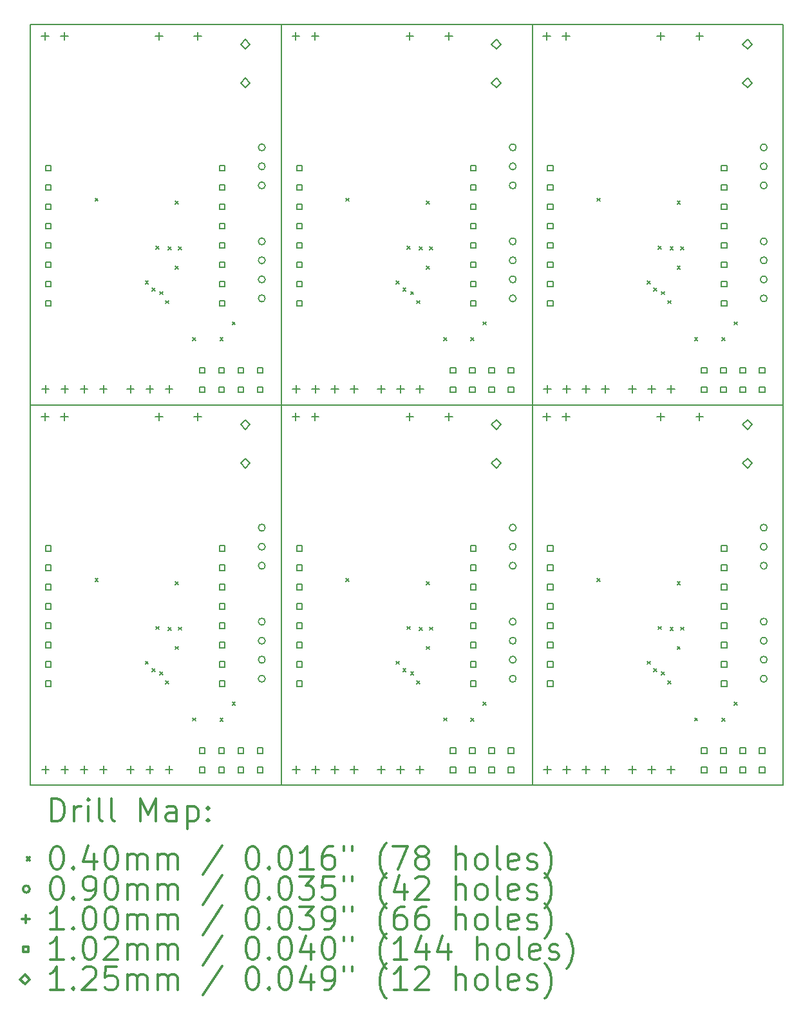
<source format=gbr>
%FSLAX45Y45*%
G04 Gerber Fmt 4.5, Leading zero omitted, Abs format (unit mm)*
G04 Created by KiCad (PCBNEW 5.0.2-bee76a0~70~ubuntu16.04.1) date Sun 01 Dec 2019 11:56:34 AM CET*
%MOMM*%
%LPD*%
G01*
G04 APERTURE LIST*
%ADD10C,0.150000*%
%ADD11C,0.200000*%
%ADD12C,0.300000*%
G04 APERTURE END LIST*
D10*
X16600000Y-10000000D02*
X13300000Y-10000000D01*
X16600000Y-5000000D02*
X16600000Y-10000000D01*
X19900000Y-5000000D02*
X19900000Y-10000000D01*
X13300000Y-5000000D02*
X13300000Y-10000000D01*
X13300000Y-5000000D02*
X13300000Y-10000000D01*
X13300000Y-10000000D02*
X10000000Y-10000000D01*
X10000000Y-5000000D02*
X10000000Y-10000000D01*
X16600000Y-5000000D02*
X16600000Y-10000000D01*
X13300000Y-5000000D02*
X10000000Y-5000000D01*
X19900000Y-5000000D02*
X16600000Y-5000000D01*
X19900000Y-10000000D02*
X16600000Y-10000000D01*
X16600000Y-5000000D02*
X13300000Y-5000000D01*
X19900000Y-15000000D02*
X16600000Y-15000000D01*
X19900000Y-10000000D02*
X19900000Y-15000000D01*
X16600000Y-10000000D02*
X16600000Y-15000000D01*
X19900000Y-10000000D02*
X16600000Y-10000000D01*
X16600000Y-10000000D02*
X16600000Y-15000000D01*
X16600000Y-15000000D02*
X13300000Y-15000000D01*
X13300000Y-10000000D02*
X13300000Y-15000000D01*
X16600000Y-10000000D02*
X13300000Y-10000000D01*
X10000000Y-10000000D02*
X10000000Y-15000000D01*
X13300000Y-10000000D02*
X13300000Y-15000000D01*
X13300000Y-10000000D02*
X10000000Y-10000000D01*
X13300000Y-15000000D02*
X10000000Y-15000000D01*
D11*
X10851200Y-7279960D02*
X10891200Y-7319960D01*
X10891200Y-7279960D02*
X10851200Y-7319960D01*
X10851200Y-12279960D02*
X10891200Y-12319960D01*
X10891200Y-12279960D02*
X10851200Y-12319960D01*
X11511600Y-8367080D02*
X11551600Y-8407080D01*
X11551600Y-8367080D02*
X11511600Y-8407080D01*
X11511600Y-13367080D02*
X11551600Y-13407080D01*
X11551600Y-13367080D02*
X11511600Y-13407080D01*
X11597960Y-8463600D02*
X11637960Y-8503600D01*
X11637960Y-8463600D02*
X11597960Y-8503600D01*
X11597960Y-13463600D02*
X11637960Y-13503600D01*
X11637960Y-13463600D02*
X11597960Y-13503600D01*
X11653840Y-7909880D02*
X11693840Y-7949880D01*
X11693840Y-7909880D02*
X11653840Y-7949880D01*
X11653840Y-12909880D02*
X11693840Y-12949880D01*
X11693840Y-12909880D02*
X11653840Y-12949880D01*
X11699580Y-8508060D02*
X11739580Y-8548060D01*
X11739580Y-8508060D02*
X11699580Y-8548060D01*
X11699580Y-13508060D02*
X11739580Y-13548060D01*
X11739580Y-13508060D02*
X11699580Y-13548060D01*
X11780860Y-8624900D02*
X11820860Y-8664900D01*
X11820860Y-8624900D02*
X11780860Y-8664900D01*
X11780860Y-13624900D02*
X11820860Y-13664900D01*
X11820860Y-13624900D02*
X11780860Y-13664900D01*
X11811320Y-7920040D02*
X11851320Y-7960040D01*
X11851320Y-7920040D02*
X11811320Y-7960040D01*
X11811320Y-12920040D02*
X11851320Y-12960040D01*
X11851320Y-12920040D02*
X11811320Y-12960040D01*
X11905300Y-7320600D02*
X11945300Y-7360600D01*
X11945300Y-7320600D02*
X11905300Y-7360600D01*
X11905300Y-12320600D02*
X11945300Y-12360600D01*
X11945300Y-12320600D02*
X11905300Y-12360600D01*
X11905320Y-8171799D02*
X11945320Y-8211799D01*
X11945320Y-8171799D02*
X11905320Y-8211799D01*
X11905320Y-13171799D02*
X11945320Y-13211799D01*
X11945320Y-13171799D02*
X11905320Y-13211799D01*
X11948500Y-7918780D02*
X11988500Y-7958780D01*
X11988500Y-7918780D02*
X11948500Y-7958780D01*
X11948500Y-12918780D02*
X11988500Y-12958780D01*
X11988500Y-12918780D02*
X11948500Y-12958780D01*
X12133900Y-9111300D02*
X12173900Y-9151300D01*
X12173900Y-9111300D02*
X12133900Y-9151300D01*
X12133900Y-14111300D02*
X12173900Y-14151300D01*
X12173900Y-14111300D02*
X12133900Y-14151300D01*
X12492600Y-9114400D02*
X12532600Y-9154400D01*
X12532600Y-9114400D02*
X12492600Y-9154400D01*
X12492600Y-14114400D02*
X12532600Y-14154400D01*
X12532600Y-14114400D02*
X12492600Y-14154400D01*
X12654600Y-8905560D02*
X12694600Y-8945560D01*
X12694600Y-8905560D02*
X12654600Y-8945560D01*
X12654600Y-13905560D02*
X12694600Y-13945560D01*
X12694600Y-13905560D02*
X12654600Y-13945560D01*
X14151200Y-7279960D02*
X14191200Y-7319960D01*
X14191200Y-7279960D02*
X14151200Y-7319960D01*
X14151200Y-12279960D02*
X14191200Y-12319960D01*
X14191200Y-12279960D02*
X14151200Y-12319960D01*
X14811600Y-8367080D02*
X14851600Y-8407080D01*
X14851600Y-8367080D02*
X14811600Y-8407080D01*
X14811600Y-13367080D02*
X14851600Y-13407080D01*
X14851600Y-13367080D02*
X14811600Y-13407080D01*
X14897960Y-8463600D02*
X14937960Y-8503600D01*
X14937960Y-8463600D02*
X14897960Y-8503600D01*
X14897960Y-13463600D02*
X14937960Y-13503600D01*
X14937960Y-13463600D02*
X14897960Y-13503600D01*
X14953840Y-7909880D02*
X14993840Y-7949880D01*
X14993840Y-7909880D02*
X14953840Y-7949880D01*
X14953840Y-12909880D02*
X14993840Y-12949880D01*
X14993840Y-12909880D02*
X14953840Y-12949880D01*
X14999580Y-8508060D02*
X15039580Y-8548060D01*
X15039580Y-8508060D02*
X14999580Y-8548060D01*
X14999580Y-13508060D02*
X15039580Y-13548060D01*
X15039580Y-13508060D02*
X14999580Y-13548060D01*
X15080860Y-8624900D02*
X15120860Y-8664900D01*
X15120860Y-8624900D02*
X15080860Y-8664900D01*
X15080860Y-13624900D02*
X15120860Y-13664900D01*
X15120860Y-13624900D02*
X15080860Y-13664900D01*
X15111320Y-7920040D02*
X15151320Y-7960040D01*
X15151320Y-7920040D02*
X15111320Y-7960040D01*
X15111320Y-12920040D02*
X15151320Y-12960040D01*
X15151320Y-12920040D02*
X15111320Y-12960040D01*
X15205300Y-7320600D02*
X15245300Y-7360600D01*
X15245300Y-7320600D02*
X15205300Y-7360600D01*
X15205300Y-12320600D02*
X15245300Y-12360600D01*
X15245300Y-12320600D02*
X15205300Y-12360600D01*
X15205320Y-8171799D02*
X15245320Y-8211799D01*
X15245320Y-8171799D02*
X15205320Y-8211799D01*
X15205320Y-13171799D02*
X15245320Y-13211799D01*
X15245320Y-13171799D02*
X15205320Y-13211799D01*
X15248500Y-7918780D02*
X15288500Y-7958780D01*
X15288500Y-7918780D02*
X15248500Y-7958780D01*
X15248500Y-12918780D02*
X15288500Y-12958780D01*
X15288500Y-12918780D02*
X15248500Y-12958780D01*
X15433900Y-9111300D02*
X15473900Y-9151300D01*
X15473900Y-9111300D02*
X15433900Y-9151300D01*
X15433900Y-14111300D02*
X15473900Y-14151300D01*
X15473900Y-14111300D02*
X15433900Y-14151300D01*
X15792600Y-9114400D02*
X15832600Y-9154400D01*
X15832600Y-9114400D02*
X15792600Y-9154400D01*
X15792600Y-14114400D02*
X15832600Y-14154400D01*
X15832600Y-14114400D02*
X15792600Y-14154400D01*
X15954600Y-8905560D02*
X15994600Y-8945560D01*
X15994600Y-8905560D02*
X15954600Y-8945560D01*
X15954600Y-13905560D02*
X15994600Y-13945560D01*
X15994600Y-13905560D02*
X15954600Y-13945560D01*
X17451200Y-7279960D02*
X17491200Y-7319960D01*
X17491200Y-7279960D02*
X17451200Y-7319960D01*
X17451200Y-12279960D02*
X17491200Y-12319960D01*
X17491200Y-12279960D02*
X17451200Y-12319960D01*
X18111600Y-8367080D02*
X18151600Y-8407080D01*
X18151600Y-8367080D02*
X18111600Y-8407080D01*
X18111600Y-13367080D02*
X18151600Y-13407080D01*
X18151600Y-13367080D02*
X18111600Y-13407080D01*
X18197960Y-8463600D02*
X18237960Y-8503600D01*
X18237960Y-8463600D02*
X18197960Y-8503600D01*
X18197960Y-13463600D02*
X18237960Y-13503600D01*
X18237960Y-13463600D02*
X18197960Y-13503600D01*
X18253840Y-7909880D02*
X18293840Y-7949880D01*
X18293840Y-7909880D02*
X18253840Y-7949880D01*
X18253840Y-12909880D02*
X18293840Y-12949880D01*
X18293840Y-12909880D02*
X18253840Y-12949880D01*
X18299580Y-8508060D02*
X18339580Y-8548060D01*
X18339580Y-8508060D02*
X18299580Y-8548060D01*
X18299580Y-13508060D02*
X18339580Y-13548060D01*
X18339580Y-13508060D02*
X18299580Y-13548060D01*
X18380860Y-8624900D02*
X18420860Y-8664900D01*
X18420860Y-8624900D02*
X18380860Y-8664900D01*
X18380860Y-13624900D02*
X18420860Y-13664900D01*
X18420860Y-13624900D02*
X18380860Y-13664900D01*
X18411320Y-7920040D02*
X18451320Y-7960040D01*
X18451320Y-7920040D02*
X18411320Y-7960040D01*
X18411320Y-12920040D02*
X18451320Y-12960040D01*
X18451320Y-12920040D02*
X18411320Y-12960040D01*
X18505300Y-7320600D02*
X18545300Y-7360600D01*
X18545300Y-7320600D02*
X18505300Y-7360600D01*
X18505300Y-12320600D02*
X18545300Y-12360600D01*
X18545300Y-12320600D02*
X18505300Y-12360600D01*
X18505320Y-8171799D02*
X18545320Y-8211799D01*
X18545320Y-8171799D02*
X18505320Y-8211799D01*
X18505320Y-13171799D02*
X18545320Y-13211799D01*
X18545320Y-13171799D02*
X18505320Y-13211799D01*
X18548500Y-7918780D02*
X18588500Y-7958780D01*
X18588500Y-7918780D02*
X18548500Y-7958780D01*
X18548500Y-12918780D02*
X18588500Y-12958780D01*
X18588500Y-12918780D02*
X18548500Y-12958780D01*
X18733900Y-9111300D02*
X18773900Y-9151300D01*
X18773900Y-9111300D02*
X18733900Y-9151300D01*
X18733900Y-14111300D02*
X18773900Y-14151300D01*
X18773900Y-14111300D02*
X18733900Y-14151300D01*
X19092600Y-9114400D02*
X19132600Y-9154400D01*
X19132600Y-9114400D02*
X19092600Y-9154400D01*
X19092600Y-14114400D02*
X19132600Y-14154400D01*
X19132600Y-14114400D02*
X19092600Y-14154400D01*
X19254600Y-8905560D02*
X19294600Y-8945560D01*
X19294600Y-8905560D02*
X19254600Y-8945560D01*
X19254600Y-13905560D02*
X19294600Y-13945560D01*
X19294600Y-13905560D02*
X19254600Y-13945560D01*
X16387900Y-11612000D02*
G75*
G03X16387900Y-11612000I-45000J0D01*
G01*
X16387900Y-11862000D02*
G75*
G03X16387900Y-11862000I-45000J0D01*
G01*
X16387900Y-12112000D02*
G75*
G03X16387900Y-12112000I-45000J0D01*
G01*
X13087900Y-11612000D02*
G75*
G03X13087900Y-11612000I-45000J0D01*
G01*
X13087900Y-11862000D02*
G75*
G03X13087900Y-11862000I-45000J0D01*
G01*
X13087900Y-12112000D02*
G75*
G03X13087900Y-12112000I-45000J0D01*
G01*
X19687900Y-6612000D02*
G75*
G03X19687900Y-6612000I-45000J0D01*
G01*
X19687900Y-6862000D02*
G75*
G03X19687900Y-6862000I-45000J0D01*
G01*
X19687900Y-7112000D02*
G75*
G03X19687900Y-7112000I-45000J0D01*
G01*
X16387900Y-6612000D02*
G75*
G03X16387900Y-6612000I-45000J0D01*
G01*
X16387900Y-6862000D02*
G75*
G03X16387900Y-6862000I-45000J0D01*
G01*
X16387900Y-7112000D02*
G75*
G03X16387900Y-7112000I-45000J0D01*
G01*
X13087900Y-12847900D02*
G75*
G03X13087900Y-12847900I-45000J0D01*
G01*
X13087900Y-13097900D02*
G75*
G03X13087900Y-13097900I-45000J0D01*
G01*
X13087900Y-13347900D02*
G75*
G03X13087900Y-13347900I-45000J0D01*
G01*
X13087900Y-13597900D02*
G75*
G03X13087900Y-13597900I-45000J0D01*
G01*
X16387900Y-12847900D02*
G75*
G03X16387900Y-12847900I-45000J0D01*
G01*
X16387900Y-13097900D02*
G75*
G03X16387900Y-13097900I-45000J0D01*
G01*
X16387900Y-13347900D02*
G75*
G03X16387900Y-13347900I-45000J0D01*
G01*
X16387900Y-13597900D02*
G75*
G03X16387900Y-13597900I-45000J0D01*
G01*
X13087900Y-6612000D02*
G75*
G03X13087900Y-6612000I-45000J0D01*
G01*
X13087900Y-6862000D02*
G75*
G03X13087900Y-6862000I-45000J0D01*
G01*
X13087900Y-7112000D02*
G75*
G03X13087900Y-7112000I-45000J0D01*
G01*
X19687900Y-12847900D02*
G75*
G03X19687900Y-12847900I-45000J0D01*
G01*
X19687900Y-13097900D02*
G75*
G03X19687900Y-13097900I-45000J0D01*
G01*
X19687900Y-13347900D02*
G75*
G03X19687900Y-13347900I-45000J0D01*
G01*
X19687900Y-13597900D02*
G75*
G03X19687900Y-13597900I-45000J0D01*
G01*
X19687900Y-11612000D02*
G75*
G03X19687900Y-11612000I-45000J0D01*
G01*
X19687900Y-11862000D02*
G75*
G03X19687900Y-11862000I-45000J0D01*
G01*
X19687900Y-12112000D02*
G75*
G03X19687900Y-12112000I-45000J0D01*
G01*
X19687900Y-7847900D02*
G75*
G03X19687900Y-7847900I-45000J0D01*
G01*
X19687900Y-8097900D02*
G75*
G03X19687900Y-8097900I-45000J0D01*
G01*
X19687900Y-8347900D02*
G75*
G03X19687900Y-8347900I-45000J0D01*
G01*
X19687900Y-8597900D02*
G75*
G03X19687900Y-8597900I-45000J0D01*
G01*
X16387900Y-7847900D02*
G75*
G03X16387900Y-7847900I-45000J0D01*
G01*
X16387900Y-8097900D02*
G75*
G03X16387900Y-8097900I-45000J0D01*
G01*
X16387900Y-8347900D02*
G75*
G03X16387900Y-8347900I-45000J0D01*
G01*
X16387900Y-8597900D02*
G75*
G03X16387900Y-8597900I-45000J0D01*
G01*
X13087900Y-7847900D02*
G75*
G03X13087900Y-7847900I-45000J0D01*
G01*
X13087900Y-8097900D02*
G75*
G03X13087900Y-8097900I-45000J0D01*
G01*
X13087900Y-8347900D02*
G75*
G03X13087900Y-8347900I-45000J0D01*
G01*
X13087900Y-8597900D02*
G75*
G03X13087900Y-8597900I-45000J0D01*
G01*
X11316000Y-9740000D02*
X11316000Y-9840000D01*
X11266000Y-9790000D02*
X11366000Y-9790000D01*
X11570000Y-9740000D02*
X11570000Y-9840000D01*
X11520000Y-9790000D02*
X11620000Y-9790000D01*
X11824000Y-9740000D02*
X11824000Y-9840000D01*
X11774000Y-9790000D02*
X11874000Y-9790000D01*
X16791000Y-10100000D02*
X16791000Y-10200000D01*
X16741000Y-10150000D02*
X16841000Y-10150000D01*
X17045000Y-10100000D02*
X17045000Y-10200000D01*
X16995000Y-10150000D02*
X17095000Y-10150000D01*
X18290000Y-10100000D02*
X18290000Y-10200000D01*
X18240000Y-10150000D02*
X18340000Y-10150000D01*
X18800000Y-10100000D02*
X18800000Y-10200000D01*
X18750000Y-10150000D02*
X18850000Y-10150000D01*
X17916000Y-14740000D02*
X17916000Y-14840000D01*
X17866000Y-14790000D02*
X17966000Y-14790000D01*
X18170000Y-14740000D02*
X18170000Y-14840000D01*
X18120000Y-14790000D02*
X18220000Y-14790000D01*
X18424000Y-14740000D02*
X18424000Y-14840000D01*
X18374000Y-14790000D02*
X18474000Y-14790000D01*
X16798100Y-14741700D02*
X16798100Y-14841700D01*
X16748100Y-14791700D02*
X16848100Y-14791700D01*
X17052100Y-14741700D02*
X17052100Y-14841700D01*
X17002100Y-14791700D02*
X17102100Y-14791700D01*
X17306100Y-14741700D02*
X17306100Y-14841700D01*
X17256100Y-14791700D02*
X17356100Y-14791700D01*
X17560100Y-14741700D02*
X17560100Y-14841700D01*
X17510100Y-14791700D02*
X17610100Y-14791700D01*
X16791000Y-5100000D02*
X16791000Y-5200000D01*
X16741000Y-5150000D02*
X16841000Y-5150000D01*
X17045000Y-5100000D02*
X17045000Y-5200000D01*
X16995000Y-5150000D02*
X17095000Y-5150000D01*
X18290000Y-5100000D02*
X18290000Y-5200000D01*
X18240000Y-5150000D02*
X18340000Y-5150000D01*
X18800000Y-5100000D02*
X18800000Y-5200000D01*
X18750000Y-5150000D02*
X18850000Y-5150000D01*
X13491000Y-5100000D02*
X13491000Y-5200000D01*
X13441000Y-5150000D02*
X13541000Y-5150000D01*
X13745000Y-5100000D02*
X13745000Y-5200000D01*
X13695000Y-5150000D02*
X13795000Y-5150000D01*
X14990000Y-5100000D02*
X14990000Y-5200000D01*
X14940000Y-5150000D02*
X15040000Y-5150000D01*
X15500000Y-5100000D02*
X15500000Y-5200000D01*
X15450000Y-5150000D02*
X15550000Y-5150000D01*
X16798100Y-9741700D02*
X16798100Y-9841700D01*
X16748100Y-9791700D02*
X16848100Y-9791700D01*
X17052100Y-9741700D02*
X17052100Y-9841700D01*
X17002100Y-9791700D02*
X17102100Y-9791700D01*
X17306100Y-9741700D02*
X17306100Y-9841700D01*
X17256100Y-9791700D02*
X17356100Y-9791700D01*
X17560100Y-9741700D02*
X17560100Y-9841700D01*
X17510100Y-9791700D02*
X17610100Y-9791700D01*
X10191000Y-10100000D02*
X10191000Y-10200000D01*
X10141000Y-10150000D02*
X10241000Y-10150000D01*
X10445000Y-10100000D02*
X10445000Y-10200000D01*
X10395000Y-10150000D02*
X10495000Y-10150000D01*
X11690000Y-10100000D02*
X11690000Y-10200000D01*
X11640000Y-10150000D02*
X11740000Y-10150000D01*
X12200000Y-10100000D02*
X12200000Y-10200000D01*
X12150000Y-10150000D02*
X12250000Y-10150000D01*
X13498100Y-9741700D02*
X13498100Y-9841700D01*
X13448100Y-9791700D02*
X13548100Y-9791700D01*
X13752100Y-9741700D02*
X13752100Y-9841700D01*
X13702100Y-9791700D02*
X13802100Y-9791700D01*
X14006100Y-9741700D02*
X14006100Y-9841700D01*
X13956100Y-9791700D02*
X14056100Y-9791700D01*
X14260100Y-9741700D02*
X14260100Y-9841700D01*
X14210100Y-9791700D02*
X14310100Y-9791700D01*
X11316000Y-14740000D02*
X11316000Y-14840000D01*
X11266000Y-14790000D02*
X11366000Y-14790000D01*
X11570000Y-14740000D02*
X11570000Y-14840000D01*
X11520000Y-14790000D02*
X11620000Y-14790000D01*
X11824000Y-14740000D02*
X11824000Y-14840000D01*
X11774000Y-14790000D02*
X11874000Y-14790000D01*
X13498100Y-14741700D02*
X13498100Y-14841700D01*
X13448100Y-14791700D02*
X13548100Y-14791700D01*
X13752100Y-14741700D02*
X13752100Y-14841700D01*
X13702100Y-14791700D02*
X13802100Y-14791700D01*
X14006100Y-14741700D02*
X14006100Y-14841700D01*
X13956100Y-14791700D02*
X14056100Y-14791700D01*
X14260100Y-14741700D02*
X14260100Y-14841700D01*
X14210100Y-14791700D02*
X14310100Y-14791700D01*
X14616000Y-14740000D02*
X14616000Y-14840000D01*
X14566000Y-14790000D02*
X14666000Y-14790000D01*
X14870000Y-14740000D02*
X14870000Y-14840000D01*
X14820000Y-14790000D02*
X14920000Y-14790000D01*
X15124000Y-14740000D02*
X15124000Y-14840000D01*
X15074000Y-14790000D02*
X15174000Y-14790000D01*
X17916000Y-9740000D02*
X17916000Y-9840000D01*
X17866000Y-9790000D02*
X17966000Y-9790000D01*
X18170000Y-9740000D02*
X18170000Y-9840000D01*
X18120000Y-9790000D02*
X18220000Y-9790000D01*
X18424000Y-9740000D02*
X18424000Y-9840000D01*
X18374000Y-9790000D02*
X18474000Y-9790000D01*
X10191000Y-5100000D02*
X10191000Y-5200000D01*
X10141000Y-5150000D02*
X10241000Y-5150000D01*
X10445000Y-5100000D02*
X10445000Y-5200000D01*
X10395000Y-5150000D02*
X10495000Y-5150000D01*
X11690000Y-5100000D02*
X11690000Y-5200000D01*
X11640000Y-5150000D02*
X11740000Y-5150000D01*
X12200000Y-5100000D02*
X12200000Y-5200000D01*
X12150000Y-5150000D02*
X12250000Y-5150000D01*
X10198100Y-14741700D02*
X10198100Y-14841700D01*
X10148100Y-14791700D02*
X10248100Y-14791700D01*
X10452100Y-14741700D02*
X10452100Y-14841700D01*
X10402100Y-14791700D02*
X10502100Y-14791700D01*
X10706100Y-14741700D02*
X10706100Y-14841700D01*
X10656100Y-14791700D02*
X10756100Y-14791700D01*
X10960100Y-14741700D02*
X10960100Y-14841700D01*
X10910100Y-14791700D02*
X11010100Y-14791700D01*
X10198100Y-9741700D02*
X10198100Y-9841700D01*
X10148100Y-9791700D02*
X10248100Y-9791700D01*
X10452100Y-9741700D02*
X10452100Y-9841700D01*
X10402100Y-9791700D02*
X10502100Y-9791700D01*
X10706100Y-9741700D02*
X10706100Y-9841700D01*
X10656100Y-9791700D02*
X10756100Y-9791700D01*
X10960100Y-9741700D02*
X10960100Y-9841700D01*
X10910100Y-9791700D02*
X11010100Y-9791700D01*
X14616000Y-9740000D02*
X14616000Y-9840000D01*
X14566000Y-9790000D02*
X14666000Y-9790000D01*
X14870000Y-9740000D02*
X14870000Y-9840000D01*
X14820000Y-9790000D02*
X14920000Y-9790000D01*
X15124000Y-9740000D02*
X15124000Y-9840000D01*
X15074000Y-9790000D02*
X15174000Y-9790000D01*
X13491000Y-10100000D02*
X13491000Y-10200000D01*
X13441000Y-10150000D02*
X13541000Y-10150000D01*
X13745000Y-10100000D02*
X13745000Y-10200000D01*
X13695000Y-10150000D02*
X13795000Y-10150000D01*
X14990000Y-10100000D02*
X14990000Y-10200000D01*
X14940000Y-10150000D02*
X15040000Y-10150000D01*
X15500000Y-10100000D02*
X15500000Y-10200000D01*
X15450000Y-10150000D02*
X15550000Y-10150000D01*
X15594521Y-14579521D02*
X15594521Y-14507679D01*
X15522679Y-14507679D01*
X15522679Y-14579521D01*
X15594521Y-14579521D01*
X15594521Y-14833521D02*
X15594521Y-14761679D01*
X15522679Y-14761679D01*
X15522679Y-14833521D01*
X15594521Y-14833521D01*
X15848521Y-14579521D02*
X15848521Y-14507679D01*
X15776679Y-14507679D01*
X15776679Y-14579521D01*
X15848521Y-14579521D01*
X15848521Y-14833521D02*
X15848521Y-14761679D01*
X15776679Y-14761679D01*
X15776679Y-14833521D01*
X15848521Y-14833521D01*
X16102521Y-14579521D02*
X16102521Y-14507679D01*
X16030679Y-14507679D01*
X16030679Y-14579521D01*
X16102521Y-14579521D01*
X16102521Y-14833521D02*
X16102521Y-14761679D01*
X16030679Y-14761679D01*
X16030679Y-14833521D01*
X16102521Y-14833521D01*
X16356521Y-14579521D02*
X16356521Y-14507679D01*
X16284679Y-14507679D01*
X16284679Y-14579521D01*
X16356521Y-14579521D01*
X16356521Y-14833521D02*
X16356521Y-14761679D01*
X16284679Y-14761679D01*
X16284679Y-14833521D01*
X16356521Y-14833521D01*
X15594521Y-9579521D02*
X15594521Y-9507679D01*
X15522679Y-9507679D01*
X15522679Y-9579521D01*
X15594521Y-9579521D01*
X15594521Y-9833521D02*
X15594521Y-9761679D01*
X15522679Y-9761679D01*
X15522679Y-9833521D01*
X15594521Y-9833521D01*
X15848521Y-9579521D02*
X15848521Y-9507679D01*
X15776679Y-9507679D01*
X15776679Y-9579521D01*
X15848521Y-9579521D01*
X15848521Y-9833521D02*
X15848521Y-9761679D01*
X15776679Y-9761679D01*
X15776679Y-9833521D01*
X15848521Y-9833521D01*
X16102521Y-9579521D02*
X16102521Y-9507679D01*
X16030679Y-9507679D01*
X16030679Y-9579521D01*
X16102521Y-9579521D01*
X16102521Y-9833521D02*
X16102521Y-9761679D01*
X16030679Y-9761679D01*
X16030679Y-9833521D01*
X16102521Y-9833521D01*
X16356521Y-9579521D02*
X16356521Y-9507679D01*
X16284679Y-9507679D01*
X16284679Y-9579521D01*
X16356521Y-9579521D01*
X16356521Y-9833521D02*
X16356521Y-9761679D01*
X16284679Y-9761679D01*
X16284679Y-9833521D01*
X16356521Y-9833521D01*
X12294521Y-14579521D02*
X12294521Y-14507679D01*
X12222679Y-14507679D01*
X12222679Y-14579521D01*
X12294521Y-14579521D01*
X12294521Y-14833521D02*
X12294521Y-14761679D01*
X12222679Y-14761679D01*
X12222679Y-14833521D01*
X12294521Y-14833521D01*
X12548521Y-14579521D02*
X12548521Y-14507679D01*
X12476679Y-14507679D01*
X12476679Y-14579521D01*
X12548521Y-14579521D01*
X12548521Y-14833521D02*
X12548521Y-14761679D01*
X12476679Y-14761679D01*
X12476679Y-14833521D01*
X12548521Y-14833521D01*
X12802521Y-14579521D02*
X12802521Y-14507679D01*
X12730679Y-14507679D01*
X12730679Y-14579521D01*
X12802521Y-14579521D01*
X12802521Y-14833521D02*
X12802521Y-14761679D01*
X12730679Y-14761679D01*
X12730679Y-14833521D01*
X12802521Y-14833521D01*
X13056521Y-14579521D02*
X13056521Y-14507679D01*
X12984679Y-14507679D01*
X12984679Y-14579521D01*
X13056521Y-14579521D01*
X13056521Y-14833521D02*
X13056521Y-14761679D01*
X12984679Y-14761679D01*
X12984679Y-14833521D01*
X13056521Y-14833521D01*
X10272121Y-11919321D02*
X10272121Y-11847479D01*
X10200279Y-11847479D01*
X10200279Y-11919321D01*
X10272121Y-11919321D01*
X10272121Y-12173321D02*
X10272121Y-12101479D01*
X10200279Y-12101479D01*
X10200279Y-12173321D01*
X10272121Y-12173321D01*
X10272121Y-12427321D02*
X10272121Y-12355479D01*
X10200279Y-12355479D01*
X10200279Y-12427321D01*
X10272121Y-12427321D01*
X10272121Y-12681321D02*
X10272121Y-12609479D01*
X10200279Y-12609479D01*
X10200279Y-12681321D01*
X10272121Y-12681321D01*
X10272121Y-12935321D02*
X10272121Y-12863479D01*
X10200279Y-12863479D01*
X10200279Y-12935321D01*
X10272121Y-12935321D01*
X10272121Y-13189321D02*
X10272121Y-13117479D01*
X10200279Y-13117479D01*
X10200279Y-13189321D01*
X10272121Y-13189321D01*
X10272121Y-13443321D02*
X10272121Y-13371479D01*
X10200279Y-13371479D01*
X10200279Y-13443321D01*
X10272121Y-13443321D01*
X10272121Y-13697321D02*
X10272121Y-13625479D01*
X10200279Y-13625479D01*
X10200279Y-13697321D01*
X10272121Y-13697321D01*
X12558121Y-11919321D02*
X12558121Y-11847479D01*
X12486279Y-11847479D01*
X12486279Y-11919321D01*
X12558121Y-11919321D01*
X12558121Y-12173321D02*
X12558121Y-12101479D01*
X12486279Y-12101479D01*
X12486279Y-12173321D01*
X12558121Y-12173321D01*
X12558121Y-12427321D02*
X12558121Y-12355479D01*
X12486279Y-12355479D01*
X12486279Y-12427321D01*
X12558121Y-12427321D01*
X12558121Y-12681321D02*
X12558121Y-12609479D01*
X12486279Y-12609479D01*
X12486279Y-12681321D01*
X12558121Y-12681321D01*
X12558121Y-12935321D02*
X12558121Y-12863479D01*
X12486279Y-12863479D01*
X12486279Y-12935321D01*
X12558121Y-12935321D01*
X12558121Y-13189321D02*
X12558121Y-13117479D01*
X12486279Y-13117479D01*
X12486279Y-13189321D01*
X12558121Y-13189321D01*
X12558121Y-13443321D02*
X12558121Y-13371479D01*
X12486279Y-13371479D01*
X12486279Y-13443321D01*
X12558121Y-13443321D01*
X12558121Y-13697321D02*
X12558121Y-13625479D01*
X12486279Y-13625479D01*
X12486279Y-13697321D01*
X12558121Y-13697321D01*
X16872121Y-6919321D02*
X16872121Y-6847479D01*
X16800279Y-6847479D01*
X16800279Y-6919321D01*
X16872121Y-6919321D01*
X16872121Y-7173321D02*
X16872121Y-7101479D01*
X16800279Y-7101479D01*
X16800279Y-7173321D01*
X16872121Y-7173321D01*
X16872121Y-7427321D02*
X16872121Y-7355479D01*
X16800279Y-7355479D01*
X16800279Y-7427321D01*
X16872121Y-7427321D01*
X16872121Y-7681321D02*
X16872121Y-7609479D01*
X16800279Y-7609479D01*
X16800279Y-7681321D01*
X16872121Y-7681321D01*
X16872121Y-7935321D02*
X16872121Y-7863479D01*
X16800279Y-7863479D01*
X16800279Y-7935321D01*
X16872121Y-7935321D01*
X16872121Y-8189321D02*
X16872121Y-8117479D01*
X16800279Y-8117479D01*
X16800279Y-8189321D01*
X16872121Y-8189321D01*
X16872121Y-8443321D02*
X16872121Y-8371479D01*
X16800279Y-8371479D01*
X16800279Y-8443321D01*
X16872121Y-8443321D01*
X16872121Y-8697321D02*
X16872121Y-8625479D01*
X16800279Y-8625479D01*
X16800279Y-8697321D01*
X16872121Y-8697321D01*
X19158121Y-6919321D02*
X19158121Y-6847479D01*
X19086279Y-6847479D01*
X19086279Y-6919321D01*
X19158121Y-6919321D01*
X19158121Y-7173321D02*
X19158121Y-7101479D01*
X19086279Y-7101479D01*
X19086279Y-7173321D01*
X19158121Y-7173321D01*
X19158121Y-7427321D02*
X19158121Y-7355479D01*
X19086279Y-7355479D01*
X19086279Y-7427321D01*
X19158121Y-7427321D01*
X19158121Y-7681321D02*
X19158121Y-7609479D01*
X19086279Y-7609479D01*
X19086279Y-7681321D01*
X19158121Y-7681321D01*
X19158121Y-7935321D02*
X19158121Y-7863479D01*
X19086279Y-7863479D01*
X19086279Y-7935321D01*
X19158121Y-7935321D01*
X19158121Y-8189321D02*
X19158121Y-8117479D01*
X19086279Y-8117479D01*
X19086279Y-8189321D01*
X19158121Y-8189321D01*
X19158121Y-8443321D02*
X19158121Y-8371479D01*
X19086279Y-8371479D01*
X19086279Y-8443321D01*
X19158121Y-8443321D01*
X19158121Y-8697321D02*
X19158121Y-8625479D01*
X19086279Y-8625479D01*
X19086279Y-8697321D01*
X19158121Y-8697321D01*
X12294521Y-9579521D02*
X12294521Y-9507679D01*
X12222679Y-9507679D01*
X12222679Y-9579521D01*
X12294521Y-9579521D01*
X12294521Y-9833521D02*
X12294521Y-9761679D01*
X12222679Y-9761679D01*
X12222679Y-9833521D01*
X12294521Y-9833521D01*
X12548521Y-9579521D02*
X12548521Y-9507679D01*
X12476679Y-9507679D01*
X12476679Y-9579521D01*
X12548521Y-9579521D01*
X12548521Y-9833521D02*
X12548521Y-9761679D01*
X12476679Y-9761679D01*
X12476679Y-9833521D01*
X12548521Y-9833521D01*
X12802521Y-9579521D02*
X12802521Y-9507679D01*
X12730679Y-9507679D01*
X12730679Y-9579521D01*
X12802521Y-9579521D01*
X12802521Y-9833521D02*
X12802521Y-9761679D01*
X12730679Y-9761679D01*
X12730679Y-9833521D01*
X12802521Y-9833521D01*
X13056521Y-9579521D02*
X13056521Y-9507679D01*
X12984679Y-9507679D01*
X12984679Y-9579521D01*
X13056521Y-9579521D01*
X13056521Y-9833521D02*
X13056521Y-9761679D01*
X12984679Y-9761679D01*
X12984679Y-9833521D01*
X13056521Y-9833521D01*
X18894521Y-9579521D02*
X18894521Y-9507679D01*
X18822679Y-9507679D01*
X18822679Y-9579521D01*
X18894521Y-9579521D01*
X18894521Y-9833521D02*
X18894521Y-9761679D01*
X18822679Y-9761679D01*
X18822679Y-9833521D01*
X18894521Y-9833521D01*
X19148521Y-9579521D02*
X19148521Y-9507679D01*
X19076679Y-9507679D01*
X19076679Y-9579521D01*
X19148521Y-9579521D01*
X19148521Y-9833521D02*
X19148521Y-9761679D01*
X19076679Y-9761679D01*
X19076679Y-9833521D01*
X19148521Y-9833521D01*
X19402521Y-9579521D02*
X19402521Y-9507679D01*
X19330679Y-9507679D01*
X19330679Y-9579521D01*
X19402521Y-9579521D01*
X19402521Y-9833521D02*
X19402521Y-9761679D01*
X19330679Y-9761679D01*
X19330679Y-9833521D01*
X19402521Y-9833521D01*
X19656521Y-9579521D02*
X19656521Y-9507679D01*
X19584679Y-9507679D01*
X19584679Y-9579521D01*
X19656521Y-9579521D01*
X19656521Y-9833521D02*
X19656521Y-9761679D01*
X19584679Y-9761679D01*
X19584679Y-9833521D01*
X19656521Y-9833521D01*
X10272121Y-6919321D02*
X10272121Y-6847479D01*
X10200279Y-6847479D01*
X10200279Y-6919321D01*
X10272121Y-6919321D01*
X10272121Y-7173321D02*
X10272121Y-7101479D01*
X10200279Y-7101479D01*
X10200279Y-7173321D01*
X10272121Y-7173321D01*
X10272121Y-7427321D02*
X10272121Y-7355479D01*
X10200279Y-7355479D01*
X10200279Y-7427321D01*
X10272121Y-7427321D01*
X10272121Y-7681321D02*
X10272121Y-7609479D01*
X10200279Y-7609479D01*
X10200279Y-7681321D01*
X10272121Y-7681321D01*
X10272121Y-7935321D02*
X10272121Y-7863479D01*
X10200279Y-7863479D01*
X10200279Y-7935321D01*
X10272121Y-7935321D01*
X10272121Y-8189321D02*
X10272121Y-8117479D01*
X10200279Y-8117479D01*
X10200279Y-8189321D01*
X10272121Y-8189321D01*
X10272121Y-8443321D02*
X10272121Y-8371479D01*
X10200279Y-8371479D01*
X10200279Y-8443321D01*
X10272121Y-8443321D01*
X10272121Y-8697321D02*
X10272121Y-8625479D01*
X10200279Y-8625479D01*
X10200279Y-8697321D01*
X10272121Y-8697321D01*
X12558121Y-6919321D02*
X12558121Y-6847479D01*
X12486279Y-6847479D01*
X12486279Y-6919321D01*
X12558121Y-6919321D01*
X12558121Y-7173321D02*
X12558121Y-7101479D01*
X12486279Y-7101479D01*
X12486279Y-7173321D01*
X12558121Y-7173321D01*
X12558121Y-7427321D02*
X12558121Y-7355479D01*
X12486279Y-7355479D01*
X12486279Y-7427321D01*
X12558121Y-7427321D01*
X12558121Y-7681321D02*
X12558121Y-7609479D01*
X12486279Y-7609479D01*
X12486279Y-7681321D01*
X12558121Y-7681321D01*
X12558121Y-7935321D02*
X12558121Y-7863479D01*
X12486279Y-7863479D01*
X12486279Y-7935321D01*
X12558121Y-7935321D01*
X12558121Y-8189321D02*
X12558121Y-8117479D01*
X12486279Y-8117479D01*
X12486279Y-8189321D01*
X12558121Y-8189321D01*
X12558121Y-8443321D02*
X12558121Y-8371479D01*
X12486279Y-8371479D01*
X12486279Y-8443321D01*
X12558121Y-8443321D01*
X12558121Y-8697321D02*
X12558121Y-8625479D01*
X12486279Y-8625479D01*
X12486279Y-8697321D01*
X12558121Y-8697321D01*
X13572121Y-6919321D02*
X13572121Y-6847479D01*
X13500279Y-6847479D01*
X13500279Y-6919321D01*
X13572121Y-6919321D01*
X13572121Y-7173321D02*
X13572121Y-7101479D01*
X13500279Y-7101479D01*
X13500279Y-7173321D01*
X13572121Y-7173321D01*
X13572121Y-7427321D02*
X13572121Y-7355479D01*
X13500279Y-7355479D01*
X13500279Y-7427321D01*
X13572121Y-7427321D01*
X13572121Y-7681321D02*
X13572121Y-7609479D01*
X13500279Y-7609479D01*
X13500279Y-7681321D01*
X13572121Y-7681321D01*
X13572121Y-7935321D02*
X13572121Y-7863479D01*
X13500279Y-7863479D01*
X13500279Y-7935321D01*
X13572121Y-7935321D01*
X13572121Y-8189321D02*
X13572121Y-8117479D01*
X13500279Y-8117479D01*
X13500279Y-8189321D01*
X13572121Y-8189321D01*
X13572121Y-8443321D02*
X13572121Y-8371479D01*
X13500279Y-8371479D01*
X13500279Y-8443321D01*
X13572121Y-8443321D01*
X13572121Y-8697321D02*
X13572121Y-8625479D01*
X13500279Y-8625479D01*
X13500279Y-8697321D01*
X13572121Y-8697321D01*
X15858121Y-6919321D02*
X15858121Y-6847479D01*
X15786279Y-6847479D01*
X15786279Y-6919321D01*
X15858121Y-6919321D01*
X15858121Y-7173321D02*
X15858121Y-7101479D01*
X15786279Y-7101479D01*
X15786279Y-7173321D01*
X15858121Y-7173321D01*
X15858121Y-7427321D02*
X15858121Y-7355479D01*
X15786279Y-7355479D01*
X15786279Y-7427321D01*
X15858121Y-7427321D01*
X15858121Y-7681321D02*
X15858121Y-7609479D01*
X15786279Y-7609479D01*
X15786279Y-7681321D01*
X15858121Y-7681321D01*
X15858121Y-7935321D02*
X15858121Y-7863479D01*
X15786279Y-7863479D01*
X15786279Y-7935321D01*
X15858121Y-7935321D01*
X15858121Y-8189321D02*
X15858121Y-8117479D01*
X15786279Y-8117479D01*
X15786279Y-8189321D01*
X15858121Y-8189321D01*
X15858121Y-8443321D02*
X15858121Y-8371479D01*
X15786279Y-8371479D01*
X15786279Y-8443321D01*
X15858121Y-8443321D01*
X15858121Y-8697321D02*
X15858121Y-8625479D01*
X15786279Y-8625479D01*
X15786279Y-8697321D01*
X15858121Y-8697321D01*
X16872121Y-11919321D02*
X16872121Y-11847479D01*
X16800279Y-11847479D01*
X16800279Y-11919321D01*
X16872121Y-11919321D01*
X16872121Y-12173321D02*
X16872121Y-12101479D01*
X16800279Y-12101479D01*
X16800279Y-12173321D01*
X16872121Y-12173321D01*
X16872121Y-12427321D02*
X16872121Y-12355479D01*
X16800279Y-12355479D01*
X16800279Y-12427321D01*
X16872121Y-12427321D01*
X16872121Y-12681321D02*
X16872121Y-12609479D01*
X16800279Y-12609479D01*
X16800279Y-12681321D01*
X16872121Y-12681321D01*
X16872121Y-12935321D02*
X16872121Y-12863479D01*
X16800279Y-12863479D01*
X16800279Y-12935321D01*
X16872121Y-12935321D01*
X16872121Y-13189321D02*
X16872121Y-13117479D01*
X16800279Y-13117479D01*
X16800279Y-13189321D01*
X16872121Y-13189321D01*
X16872121Y-13443321D02*
X16872121Y-13371479D01*
X16800279Y-13371479D01*
X16800279Y-13443321D01*
X16872121Y-13443321D01*
X16872121Y-13697321D02*
X16872121Y-13625479D01*
X16800279Y-13625479D01*
X16800279Y-13697321D01*
X16872121Y-13697321D01*
X19158121Y-11919321D02*
X19158121Y-11847479D01*
X19086279Y-11847479D01*
X19086279Y-11919321D01*
X19158121Y-11919321D01*
X19158121Y-12173321D02*
X19158121Y-12101479D01*
X19086279Y-12101479D01*
X19086279Y-12173321D01*
X19158121Y-12173321D01*
X19158121Y-12427321D02*
X19158121Y-12355479D01*
X19086279Y-12355479D01*
X19086279Y-12427321D01*
X19158121Y-12427321D01*
X19158121Y-12681321D02*
X19158121Y-12609479D01*
X19086279Y-12609479D01*
X19086279Y-12681321D01*
X19158121Y-12681321D01*
X19158121Y-12935321D02*
X19158121Y-12863479D01*
X19086279Y-12863479D01*
X19086279Y-12935321D01*
X19158121Y-12935321D01*
X19158121Y-13189321D02*
X19158121Y-13117479D01*
X19086279Y-13117479D01*
X19086279Y-13189321D01*
X19158121Y-13189321D01*
X19158121Y-13443321D02*
X19158121Y-13371479D01*
X19086279Y-13371479D01*
X19086279Y-13443321D01*
X19158121Y-13443321D01*
X19158121Y-13697321D02*
X19158121Y-13625479D01*
X19086279Y-13625479D01*
X19086279Y-13697321D01*
X19158121Y-13697321D01*
X18894521Y-14579521D02*
X18894521Y-14507679D01*
X18822679Y-14507679D01*
X18822679Y-14579521D01*
X18894521Y-14579521D01*
X18894521Y-14833521D02*
X18894521Y-14761679D01*
X18822679Y-14761679D01*
X18822679Y-14833521D01*
X18894521Y-14833521D01*
X19148521Y-14579521D02*
X19148521Y-14507679D01*
X19076679Y-14507679D01*
X19076679Y-14579521D01*
X19148521Y-14579521D01*
X19148521Y-14833521D02*
X19148521Y-14761679D01*
X19076679Y-14761679D01*
X19076679Y-14833521D01*
X19148521Y-14833521D01*
X19402521Y-14579521D02*
X19402521Y-14507679D01*
X19330679Y-14507679D01*
X19330679Y-14579521D01*
X19402521Y-14579521D01*
X19402521Y-14833521D02*
X19402521Y-14761679D01*
X19330679Y-14761679D01*
X19330679Y-14833521D01*
X19402521Y-14833521D01*
X19656521Y-14579521D02*
X19656521Y-14507679D01*
X19584679Y-14507679D01*
X19584679Y-14579521D01*
X19656521Y-14579521D01*
X19656521Y-14833521D02*
X19656521Y-14761679D01*
X19584679Y-14761679D01*
X19584679Y-14833521D01*
X19656521Y-14833521D01*
X13572121Y-11919321D02*
X13572121Y-11847479D01*
X13500279Y-11847479D01*
X13500279Y-11919321D01*
X13572121Y-11919321D01*
X13572121Y-12173321D02*
X13572121Y-12101479D01*
X13500279Y-12101479D01*
X13500279Y-12173321D01*
X13572121Y-12173321D01*
X13572121Y-12427321D02*
X13572121Y-12355479D01*
X13500279Y-12355479D01*
X13500279Y-12427321D01*
X13572121Y-12427321D01*
X13572121Y-12681321D02*
X13572121Y-12609479D01*
X13500279Y-12609479D01*
X13500279Y-12681321D01*
X13572121Y-12681321D01*
X13572121Y-12935321D02*
X13572121Y-12863479D01*
X13500279Y-12863479D01*
X13500279Y-12935321D01*
X13572121Y-12935321D01*
X13572121Y-13189321D02*
X13572121Y-13117479D01*
X13500279Y-13117479D01*
X13500279Y-13189321D01*
X13572121Y-13189321D01*
X13572121Y-13443321D02*
X13572121Y-13371479D01*
X13500279Y-13371479D01*
X13500279Y-13443321D01*
X13572121Y-13443321D01*
X13572121Y-13697321D02*
X13572121Y-13625479D01*
X13500279Y-13625479D01*
X13500279Y-13697321D01*
X13572121Y-13697321D01*
X15858121Y-11919321D02*
X15858121Y-11847479D01*
X15786279Y-11847479D01*
X15786279Y-11919321D01*
X15858121Y-11919321D01*
X15858121Y-12173321D02*
X15858121Y-12101479D01*
X15786279Y-12101479D01*
X15786279Y-12173321D01*
X15858121Y-12173321D01*
X15858121Y-12427321D02*
X15858121Y-12355479D01*
X15786279Y-12355479D01*
X15786279Y-12427321D01*
X15858121Y-12427321D01*
X15858121Y-12681321D02*
X15858121Y-12609479D01*
X15786279Y-12609479D01*
X15786279Y-12681321D01*
X15858121Y-12681321D01*
X15858121Y-12935321D02*
X15858121Y-12863479D01*
X15786279Y-12863479D01*
X15786279Y-12935321D01*
X15858121Y-12935321D01*
X15858121Y-13189321D02*
X15858121Y-13117479D01*
X15786279Y-13117479D01*
X15786279Y-13189321D01*
X15858121Y-13189321D01*
X15858121Y-13443321D02*
X15858121Y-13371479D01*
X15786279Y-13371479D01*
X15786279Y-13443321D01*
X15858121Y-13443321D01*
X15858121Y-13697321D02*
X15858121Y-13625479D01*
X15786279Y-13625479D01*
X15786279Y-13697321D01*
X15858121Y-13697321D01*
X19427000Y-10320284D02*
X19489484Y-10257800D01*
X19427000Y-10195316D01*
X19364516Y-10257800D01*
X19427000Y-10320284D01*
X19427000Y-10828284D02*
X19489484Y-10765800D01*
X19427000Y-10703316D01*
X19364516Y-10765800D01*
X19427000Y-10828284D01*
X12827000Y-10320284D02*
X12889484Y-10257800D01*
X12827000Y-10195316D01*
X12764516Y-10257800D01*
X12827000Y-10320284D01*
X12827000Y-10828284D02*
X12889484Y-10765800D01*
X12827000Y-10703316D01*
X12764516Y-10765800D01*
X12827000Y-10828284D01*
X16127000Y-10320284D02*
X16189484Y-10257800D01*
X16127000Y-10195316D01*
X16064516Y-10257800D01*
X16127000Y-10320284D01*
X16127000Y-10828284D02*
X16189484Y-10765800D01*
X16127000Y-10703316D01*
X16064516Y-10765800D01*
X16127000Y-10828284D01*
X16127000Y-5320284D02*
X16189484Y-5257800D01*
X16127000Y-5195316D01*
X16064516Y-5257800D01*
X16127000Y-5320284D01*
X16127000Y-5828284D02*
X16189484Y-5765800D01*
X16127000Y-5703316D01*
X16064516Y-5765800D01*
X16127000Y-5828284D01*
X12827000Y-5320284D02*
X12889484Y-5257800D01*
X12827000Y-5195316D01*
X12764516Y-5257800D01*
X12827000Y-5320284D01*
X12827000Y-5828284D02*
X12889484Y-5765800D01*
X12827000Y-5703316D01*
X12764516Y-5765800D01*
X12827000Y-5828284D01*
X19427000Y-5320284D02*
X19489484Y-5257800D01*
X19427000Y-5195316D01*
X19364516Y-5257800D01*
X19427000Y-5320284D01*
X19427000Y-5828284D02*
X19489484Y-5765800D01*
X19427000Y-5703316D01*
X19364516Y-5765800D01*
X19427000Y-5828284D01*
D12*
X10278928Y-15473214D02*
X10278928Y-15173214D01*
X10350357Y-15173214D01*
X10393214Y-15187500D01*
X10421786Y-15216071D01*
X10436071Y-15244643D01*
X10450357Y-15301786D01*
X10450357Y-15344643D01*
X10436071Y-15401786D01*
X10421786Y-15430357D01*
X10393214Y-15458929D01*
X10350357Y-15473214D01*
X10278928Y-15473214D01*
X10578928Y-15473214D02*
X10578928Y-15273214D01*
X10578928Y-15330357D02*
X10593214Y-15301786D01*
X10607500Y-15287500D01*
X10636071Y-15273214D01*
X10664643Y-15273214D01*
X10764643Y-15473214D02*
X10764643Y-15273214D01*
X10764643Y-15173214D02*
X10750357Y-15187500D01*
X10764643Y-15201786D01*
X10778928Y-15187500D01*
X10764643Y-15173214D01*
X10764643Y-15201786D01*
X10950357Y-15473214D02*
X10921786Y-15458929D01*
X10907500Y-15430357D01*
X10907500Y-15173214D01*
X11107500Y-15473214D02*
X11078928Y-15458929D01*
X11064643Y-15430357D01*
X11064643Y-15173214D01*
X11450357Y-15473214D02*
X11450357Y-15173214D01*
X11550357Y-15387500D01*
X11650357Y-15173214D01*
X11650357Y-15473214D01*
X11921786Y-15473214D02*
X11921786Y-15316071D01*
X11907500Y-15287500D01*
X11878928Y-15273214D01*
X11821786Y-15273214D01*
X11793214Y-15287500D01*
X11921786Y-15458929D02*
X11893214Y-15473214D01*
X11821786Y-15473214D01*
X11793214Y-15458929D01*
X11778928Y-15430357D01*
X11778928Y-15401786D01*
X11793214Y-15373214D01*
X11821786Y-15358929D01*
X11893214Y-15358929D01*
X11921786Y-15344643D01*
X12064643Y-15273214D02*
X12064643Y-15573214D01*
X12064643Y-15287500D02*
X12093214Y-15273214D01*
X12150357Y-15273214D01*
X12178928Y-15287500D01*
X12193214Y-15301786D01*
X12207500Y-15330357D01*
X12207500Y-15416071D01*
X12193214Y-15444643D01*
X12178928Y-15458929D01*
X12150357Y-15473214D01*
X12093214Y-15473214D01*
X12064643Y-15458929D01*
X12336071Y-15444643D02*
X12350357Y-15458929D01*
X12336071Y-15473214D01*
X12321786Y-15458929D01*
X12336071Y-15444643D01*
X12336071Y-15473214D01*
X12336071Y-15287500D02*
X12350357Y-15301786D01*
X12336071Y-15316071D01*
X12321786Y-15301786D01*
X12336071Y-15287500D01*
X12336071Y-15316071D01*
X9952500Y-15947500D02*
X9992500Y-15987500D01*
X9992500Y-15947500D02*
X9952500Y-15987500D01*
X10336071Y-15803214D02*
X10364643Y-15803214D01*
X10393214Y-15817500D01*
X10407500Y-15831786D01*
X10421786Y-15860357D01*
X10436071Y-15917500D01*
X10436071Y-15988929D01*
X10421786Y-16046071D01*
X10407500Y-16074643D01*
X10393214Y-16088929D01*
X10364643Y-16103214D01*
X10336071Y-16103214D01*
X10307500Y-16088929D01*
X10293214Y-16074643D01*
X10278928Y-16046071D01*
X10264643Y-15988929D01*
X10264643Y-15917500D01*
X10278928Y-15860357D01*
X10293214Y-15831786D01*
X10307500Y-15817500D01*
X10336071Y-15803214D01*
X10564643Y-16074643D02*
X10578928Y-16088929D01*
X10564643Y-16103214D01*
X10550357Y-16088929D01*
X10564643Y-16074643D01*
X10564643Y-16103214D01*
X10836071Y-15903214D02*
X10836071Y-16103214D01*
X10764643Y-15788929D02*
X10693214Y-16003214D01*
X10878928Y-16003214D01*
X11050357Y-15803214D02*
X11078928Y-15803214D01*
X11107500Y-15817500D01*
X11121786Y-15831786D01*
X11136071Y-15860357D01*
X11150357Y-15917500D01*
X11150357Y-15988929D01*
X11136071Y-16046071D01*
X11121786Y-16074643D01*
X11107500Y-16088929D01*
X11078928Y-16103214D01*
X11050357Y-16103214D01*
X11021786Y-16088929D01*
X11007500Y-16074643D01*
X10993214Y-16046071D01*
X10978928Y-15988929D01*
X10978928Y-15917500D01*
X10993214Y-15860357D01*
X11007500Y-15831786D01*
X11021786Y-15817500D01*
X11050357Y-15803214D01*
X11278928Y-16103214D02*
X11278928Y-15903214D01*
X11278928Y-15931786D02*
X11293214Y-15917500D01*
X11321786Y-15903214D01*
X11364643Y-15903214D01*
X11393214Y-15917500D01*
X11407500Y-15946071D01*
X11407500Y-16103214D01*
X11407500Y-15946071D02*
X11421786Y-15917500D01*
X11450357Y-15903214D01*
X11493214Y-15903214D01*
X11521786Y-15917500D01*
X11536071Y-15946071D01*
X11536071Y-16103214D01*
X11678928Y-16103214D02*
X11678928Y-15903214D01*
X11678928Y-15931786D02*
X11693214Y-15917500D01*
X11721786Y-15903214D01*
X11764643Y-15903214D01*
X11793214Y-15917500D01*
X11807500Y-15946071D01*
X11807500Y-16103214D01*
X11807500Y-15946071D02*
X11821786Y-15917500D01*
X11850357Y-15903214D01*
X11893214Y-15903214D01*
X11921786Y-15917500D01*
X11936071Y-15946071D01*
X11936071Y-16103214D01*
X12521786Y-15788929D02*
X12264643Y-16174643D01*
X12907500Y-15803214D02*
X12936071Y-15803214D01*
X12964643Y-15817500D01*
X12978928Y-15831786D01*
X12993214Y-15860357D01*
X13007500Y-15917500D01*
X13007500Y-15988929D01*
X12993214Y-16046071D01*
X12978928Y-16074643D01*
X12964643Y-16088929D01*
X12936071Y-16103214D01*
X12907500Y-16103214D01*
X12878928Y-16088929D01*
X12864643Y-16074643D01*
X12850357Y-16046071D01*
X12836071Y-15988929D01*
X12836071Y-15917500D01*
X12850357Y-15860357D01*
X12864643Y-15831786D01*
X12878928Y-15817500D01*
X12907500Y-15803214D01*
X13136071Y-16074643D02*
X13150357Y-16088929D01*
X13136071Y-16103214D01*
X13121786Y-16088929D01*
X13136071Y-16074643D01*
X13136071Y-16103214D01*
X13336071Y-15803214D02*
X13364643Y-15803214D01*
X13393214Y-15817500D01*
X13407500Y-15831786D01*
X13421786Y-15860357D01*
X13436071Y-15917500D01*
X13436071Y-15988929D01*
X13421786Y-16046071D01*
X13407500Y-16074643D01*
X13393214Y-16088929D01*
X13364643Y-16103214D01*
X13336071Y-16103214D01*
X13307500Y-16088929D01*
X13293214Y-16074643D01*
X13278928Y-16046071D01*
X13264643Y-15988929D01*
X13264643Y-15917500D01*
X13278928Y-15860357D01*
X13293214Y-15831786D01*
X13307500Y-15817500D01*
X13336071Y-15803214D01*
X13721786Y-16103214D02*
X13550357Y-16103214D01*
X13636071Y-16103214D02*
X13636071Y-15803214D01*
X13607500Y-15846071D01*
X13578928Y-15874643D01*
X13550357Y-15888929D01*
X13978928Y-15803214D02*
X13921786Y-15803214D01*
X13893214Y-15817500D01*
X13878928Y-15831786D01*
X13850357Y-15874643D01*
X13836071Y-15931786D01*
X13836071Y-16046071D01*
X13850357Y-16074643D01*
X13864643Y-16088929D01*
X13893214Y-16103214D01*
X13950357Y-16103214D01*
X13978928Y-16088929D01*
X13993214Y-16074643D01*
X14007500Y-16046071D01*
X14007500Y-15974643D01*
X13993214Y-15946071D01*
X13978928Y-15931786D01*
X13950357Y-15917500D01*
X13893214Y-15917500D01*
X13864643Y-15931786D01*
X13850357Y-15946071D01*
X13836071Y-15974643D01*
X14121786Y-15803214D02*
X14121786Y-15860357D01*
X14236071Y-15803214D02*
X14236071Y-15860357D01*
X14678928Y-16217500D02*
X14664643Y-16203214D01*
X14636071Y-16160357D01*
X14621786Y-16131786D01*
X14607500Y-16088929D01*
X14593214Y-16017500D01*
X14593214Y-15960357D01*
X14607500Y-15888929D01*
X14621786Y-15846071D01*
X14636071Y-15817500D01*
X14664643Y-15774643D01*
X14678928Y-15760357D01*
X14764643Y-15803214D02*
X14964643Y-15803214D01*
X14836071Y-16103214D01*
X15121786Y-15931786D02*
X15093214Y-15917500D01*
X15078928Y-15903214D01*
X15064643Y-15874643D01*
X15064643Y-15860357D01*
X15078928Y-15831786D01*
X15093214Y-15817500D01*
X15121786Y-15803214D01*
X15178928Y-15803214D01*
X15207500Y-15817500D01*
X15221786Y-15831786D01*
X15236071Y-15860357D01*
X15236071Y-15874643D01*
X15221786Y-15903214D01*
X15207500Y-15917500D01*
X15178928Y-15931786D01*
X15121786Y-15931786D01*
X15093214Y-15946071D01*
X15078928Y-15960357D01*
X15064643Y-15988929D01*
X15064643Y-16046071D01*
X15078928Y-16074643D01*
X15093214Y-16088929D01*
X15121786Y-16103214D01*
X15178928Y-16103214D01*
X15207500Y-16088929D01*
X15221786Y-16074643D01*
X15236071Y-16046071D01*
X15236071Y-15988929D01*
X15221786Y-15960357D01*
X15207500Y-15946071D01*
X15178928Y-15931786D01*
X15593214Y-16103214D02*
X15593214Y-15803214D01*
X15721786Y-16103214D02*
X15721786Y-15946071D01*
X15707500Y-15917500D01*
X15678928Y-15903214D01*
X15636071Y-15903214D01*
X15607500Y-15917500D01*
X15593214Y-15931786D01*
X15907500Y-16103214D02*
X15878928Y-16088929D01*
X15864643Y-16074643D01*
X15850357Y-16046071D01*
X15850357Y-15960357D01*
X15864643Y-15931786D01*
X15878928Y-15917500D01*
X15907500Y-15903214D01*
X15950357Y-15903214D01*
X15978928Y-15917500D01*
X15993214Y-15931786D01*
X16007500Y-15960357D01*
X16007500Y-16046071D01*
X15993214Y-16074643D01*
X15978928Y-16088929D01*
X15950357Y-16103214D01*
X15907500Y-16103214D01*
X16178928Y-16103214D02*
X16150357Y-16088929D01*
X16136071Y-16060357D01*
X16136071Y-15803214D01*
X16407500Y-16088929D02*
X16378928Y-16103214D01*
X16321786Y-16103214D01*
X16293214Y-16088929D01*
X16278928Y-16060357D01*
X16278928Y-15946071D01*
X16293214Y-15917500D01*
X16321786Y-15903214D01*
X16378928Y-15903214D01*
X16407500Y-15917500D01*
X16421786Y-15946071D01*
X16421786Y-15974643D01*
X16278928Y-16003214D01*
X16536071Y-16088929D02*
X16564643Y-16103214D01*
X16621786Y-16103214D01*
X16650357Y-16088929D01*
X16664643Y-16060357D01*
X16664643Y-16046071D01*
X16650357Y-16017500D01*
X16621786Y-16003214D01*
X16578928Y-16003214D01*
X16550357Y-15988929D01*
X16536071Y-15960357D01*
X16536071Y-15946071D01*
X16550357Y-15917500D01*
X16578928Y-15903214D01*
X16621786Y-15903214D01*
X16650357Y-15917500D01*
X16764643Y-16217500D02*
X16778928Y-16203214D01*
X16807500Y-16160357D01*
X16821786Y-16131786D01*
X16836071Y-16088929D01*
X16850357Y-16017500D01*
X16850357Y-15960357D01*
X16836071Y-15888929D01*
X16821786Y-15846071D01*
X16807500Y-15817500D01*
X16778928Y-15774643D01*
X16764643Y-15760357D01*
X9992500Y-16363500D02*
G75*
G03X9992500Y-16363500I-45000J0D01*
G01*
X10336071Y-16199214D02*
X10364643Y-16199214D01*
X10393214Y-16213500D01*
X10407500Y-16227786D01*
X10421786Y-16256357D01*
X10436071Y-16313500D01*
X10436071Y-16384929D01*
X10421786Y-16442071D01*
X10407500Y-16470643D01*
X10393214Y-16484929D01*
X10364643Y-16499214D01*
X10336071Y-16499214D01*
X10307500Y-16484929D01*
X10293214Y-16470643D01*
X10278928Y-16442071D01*
X10264643Y-16384929D01*
X10264643Y-16313500D01*
X10278928Y-16256357D01*
X10293214Y-16227786D01*
X10307500Y-16213500D01*
X10336071Y-16199214D01*
X10564643Y-16470643D02*
X10578928Y-16484929D01*
X10564643Y-16499214D01*
X10550357Y-16484929D01*
X10564643Y-16470643D01*
X10564643Y-16499214D01*
X10721786Y-16499214D02*
X10778928Y-16499214D01*
X10807500Y-16484929D01*
X10821786Y-16470643D01*
X10850357Y-16427786D01*
X10864643Y-16370643D01*
X10864643Y-16256357D01*
X10850357Y-16227786D01*
X10836071Y-16213500D01*
X10807500Y-16199214D01*
X10750357Y-16199214D01*
X10721786Y-16213500D01*
X10707500Y-16227786D01*
X10693214Y-16256357D01*
X10693214Y-16327786D01*
X10707500Y-16356357D01*
X10721786Y-16370643D01*
X10750357Y-16384929D01*
X10807500Y-16384929D01*
X10836071Y-16370643D01*
X10850357Y-16356357D01*
X10864643Y-16327786D01*
X11050357Y-16199214D02*
X11078928Y-16199214D01*
X11107500Y-16213500D01*
X11121786Y-16227786D01*
X11136071Y-16256357D01*
X11150357Y-16313500D01*
X11150357Y-16384929D01*
X11136071Y-16442071D01*
X11121786Y-16470643D01*
X11107500Y-16484929D01*
X11078928Y-16499214D01*
X11050357Y-16499214D01*
X11021786Y-16484929D01*
X11007500Y-16470643D01*
X10993214Y-16442071D01*
X10978928Y-16384929D01*
X10978928Y-16313500D01*
X10993214Y-16256357D01*
X11007500Y-16227786D01*
X11021786Y-16213500D01*
X11050357Y-16199214D01*
X11278928Y-16499214D02*
X11278928Y-16299214D01*
X11278928Y-16327786D02*
X11293214Y-16313500D01*
X11321786Y-16299214D01*
X11364643Y-16299214D01*
X11393214Y-16313500D01*
X11407500Y-16342071D01*
X11407500Y-16499214D01*
X11407500Y-16342071D02*
X11421786Y-16313500D01*
X11450357Y-16299214D01*
X11493214Y-16299214D01*
X11521786Y-16313500D01*
X11536071Y-16342071D01*
X11536071Y-16499214D01*
X11678928Y-16499214D02*
X11678928Y-16299214D01*
X11678928Y-16327786D02*
X11693214Y-16313500D01*
X11721786Y-16299214D01*
X11764643Y-16299214D01*
X11793214Y-16313500D01*
X11807500Y-16342071D01*
X11807500Y-16499214D01*
X11807500Y-16342071D02*
X11821786Y-16313500D01*
X11850357Y-16299214D01*
X11893214Y-16299214D01*
X11921786Y-16313500D01*
X11936071Y-16342071D01*
X11936071Y-16499214D01*
X12521786Y-16184929D02*
X12264643Y-16570643D01*
X12907500Y-16199214D02*
X12936071Y-16199214D01*
X12964643Y-16213500D01*
X12978928Y-16227786D01*
X12993214Y-16256357D01*
X13007500Y-16313500D01*
X13007500Y-16384929D01*
X12993214Y-16442071D01*
X12978928Y-16470643D01*
X12964643Y-16484929D01*
X12936071Y-16499214D01*
X12907500Y-16499214D01*
X12878928Y-16484929D01*
X12864643Y-16470643D01*
X12850357Y-16442071D01*
X12836071Y-16384929D01*
X12836071Y-16313500D01*
X12850357Y-16256357D01*
X12864643Y-16227786D01*
X12878928Y-16213500D01*
X12907500Y-16199214D01*
X13136071Y-16470643D02*
X13150357Y-16484929D01*
X13136071Y-16499214D01*
X13121786Y-16484929D01*
X13136071Y-16470643D01*
X13136071Y-16499214D01*
X13336071Y-16199214D02*
X13364643Y-16199214D01*
X13393214Y-16213500D01*
X13407500Y-16227786D01*
X13421786Y-16256357D01*
X13436071Y-16313500D01*
X13436071Y-16384929D01*
X13421786Y-16442071D01*
X13407500Y-16470643D01*
X13393214Y-16484929D01*
X13364643Y-16499214D01*
X13336071Y-16499214D01*
X13307500Y-16484929D01*
X13293214Y-16470643D01*
X13278928Y-16442071D01*
X13264643Y-16384929D01*
X13264643Y-16313500D01*
X13278928Y-16256357D01*
X13293214Y-16227786D01*
X13307500Y-16213500D01*
X13336071Y-16199214D01*
X13536071Y-16199214D02*
X13721786Y-16199214D01*
X13621786Y-16313500D01*
X13664643Y-16313500D01*
X13693214Y-16327786D01*
X13707500Y-16342071D01*
X13721786Y-16370643D01*
X13721786Y-16442071D01*
X13707500Y-16470643D01*
X13693214Y-16484929D01*
X13664643Y-16499214D01*
X13578928Y-16499214D01*
X13550357Y-16484929D01*
X13536071Y-16470643D01*
X13993214Y-16199214D02*
X13850357Y-16199214D01*
X13836071Y-16342071D01*
X13850357Y-16327786D01*
X13878928Y-16313500D01*
X13950357Y-16313500D01*
X13978928Y-16327786D01*
X13993214Y-16342071D01*
X14007500Y-16370643D01*
X14007500Y-16442071D01*
X13993214Y-16470643D01*
X13978928Y-16484929D01*
X13950357Y-16499214D01*
X13878928Y-16499214D01*
X13850357Y-16484929D01*
X13836071Y-16470643D01*
X14121786Y-16199214D02*
X14121786Y-16256357D01*
X14236071Y-16199214D02*
X14236071Y-16256357D01*
X14678928Y-16613500D02*
X14664643Y-16599214D01*
X14636071Y-16556357D01*
X14621786Y-16527786D01*
X14607500Y-16484929D01*
X14593214Y-16413500D01*
X14593214Y-16356357D01*
X14607500Y-16284929D01*
X14621786Y-16242071D01*
X14636071Y-16213500D01*
X14664643Y-16170643D01*
X14678928Y-16156357D01*
X14921786Y-16299214D02*
X14921786Y-16499214D01*
X14850357Y-16184929D02*
X14778928Y-16399214D01*
X14964643Y-16399214D01*
X15064643Y-16227786D02*
X15078928Y-16213500D01*
X15107500Y-16199214D01*
X15178928Y-16199214D01*
X15207500Y-16213500D01*
X15221786Y-16227786D01*
X15236071Y-16256357D01*
X15236071Y-16284929D01*
X15221786Y-16327786D01*
X15050357Y-16499214D01*
X15236071Y-16499214D01*
X15593214Y-16499214D02*
X15593214Y-16199214D01*
X15721786Y-16499214D02*
X15721786Y-16342071D01*
X15707500Y-16313500D01*
X15678928Y-16299214D01*
X15636071Y-16299214D01*
X15607500Y-16313500D01*
X15593214Y-16327786D01*
X15907500Y-16499214D02*
X15878928Y-16484929D01*
X15864643Y-16470643D01*
X15850357Y-16442071D01*
X15850357Y-16356357D01*
X15864643Y-16327786D01*
X15878928Y-16313500D01*
X15907500Y-16299214D01*
X15950357Y-16299214D01*
X15978928Y-16313500D01*
X15993214Y-16327786D01*
X16007500Y-16356357D01*
X16007500Y-16442071D01*
X15993214Y-16470643D01*
X15978928Y-16484929D01*
X15950357Y-16499214D01*
X15907500Y-16499214D01*
X16178928Y-16499214D02*
X16150357Y-16484929D01*
X16136071Y-16456357D01*
X16136071Y-16199214D01*
X16407500Y-16484929D02*
X16378928Y-16499214D01*
X16321786Y-16499214D01*
X16293214Y-16484929D01*
X16278928Y-16456357D01*
X16278928Y-16342071D01*
X16293214Y-16313500D01*
X16321786Y-16299214D01*
X16378928Y-16299214D01*
X16407500Y-16313500D01*
X16421786Y-16342071D01*
X16421786Y-16370643D01*
X16278928Y-16399214D01*
X16536071Y-16484929D02*
X16564643Y-16499214D01*
X16621786Y-16499214D01*
X16650357Y-16484929D01*
X16664643Y-16456357D01*
X16664643Y-16442071D01*
X16650357Y-16413500D01*
X16621786Y-16399214D01*
X16578928Y-16399214D01*
X16550357Y-16384929D01*
X16536071Y-16356357D01*
X16536071Y-16342071D01*
X16550357Y-16313500D01*
X16578928Y-16299214D01*
X16621786Y-16299214D01*
X16650357Y-16313500D01*
X16764643Y-16613500D02*
X16778928Y-16599214D01*
X16807500Y-16556357D01*
X16821786Y-16527786D01*
X16836071Y-16484929D01*
X16850357Y-16413500D01*
X16850357Y-16356357D01*
X16836071Y-16284929D01*
X16821786Y-16242071D01*
X16807500Y-16213500D01*
X16778928Y-16170643D01*
X16764643Y-16156357D01*
X9942500Y-16709500D02*
X9942500Y-16809500D01*
X9892500Y-16759500D02*
X9992500Y-16759500D01*
X10436071Y-16895214D02*
X10264643Y-16895214D01*
X10350357Y-16895214D02*
X10350357Y-16595214D01*
X10321786Y-16638071D01*
X10293214Y-16666643D01*
X10264643Y-16680929D01*
X10564643Y-16866643D02*
X10578928Y-16880929D01*
X10564643Y-16895214D01*
X10550357Y-16880929D01*
X10564643Y-16866643D01*
X10564643Y-16895214D01*
X10764643Y-16595214D02*
X10793214Y-16595214D01*
X10821786Y-16609500D01*
X10836071Y-16623786D01*
X10850357Y-16652357D01*
X10864643Y-16709500D01*
X10864643Y-16780929D01*
X10850357Y-16838072D01*
X10836071Y-16866643D01*
X10821786Y-16880929D01*
X10793214Y-16895214D01*
X10764643Y-16895214D01*
X10736071Y-16880929D01*
X10721786Y-16866643D01*
X10707500Y-16838072D01*
X10693214Y-16780929D01*
X10693214Y-16709500D01*
X10707500Y-16652357D01*
X10721786Y-16623786D01*
X10736071Y-16609500D01*
X10764643Y-16595214D01*
X11050357Y-16595214D02*
X11078928Y-16595214D01*
X11107500Y-16609500D01*
X11121786Y-16623786D01*
X11136071Y-16652357D01*
X11150357Y-16709500D01*
X11150357Y-16780929D01*
X11136071Y-16838072D01*
X11121786Y-16866643D01*
X11107500Y-16880929D01*
X11078928Y-16895214D01*
X11050357Y-16895214D01*
X11021786Y-16880929D01*
X11007500Y-16866643D01*
X10993214Y-16838072D01*
X10978928Y-16780929D01*
X10978928Y-16709500D01*
X10993214Y-16652357D01*
X11007500Y-16623786D01*
X11021786Y-16609500D01*
X11050357Y-16595214D01*
X11278928Y-16895214D02*
X11278928Y-16695214D01*
X11278928Y-16723786D02*
X11293214Y-16709500D01*
X11321786Y-16695214D01*
X11364643Y-16695214D01*
X11393214Y-16709500D01*
X11407500Y-16738071D01*
X11407500Y-16895214D01*
X11407500Y-16738071D02*
X11421786Y-16709500D01*
X11450357Y-16695214D01*
X11493214Y-16695214D01*
X11521786Y-16709500D01*
X11536071Y-16738071D01*
X11536071Y-16895214D01*
X11678928Y-16895214D02*
X11678928Y-16695214D01*
X11678928Y-16723786D02*
X11693214Y-16709500D01*
X11721786Y-16695214D01*
X11764643Y-16695214D01*
X11793214Y-16709500D01*
X11807500Y-16738071D01*
X11807500Y-16895214D01*
X11807500Y-16738071D02*
X11821786Y-16709500D01*
X11850357Y-16695214D01*
X11893214Y-16695214D01*
X11921786Y-16709500D01*
X11936071Y-16738071D01*
X11936071Y-16895214D01*
X12521786Y-16580929D02*
X12264643Y-16966643D01*
X12907500Y-16595214D02*
X12936071Y-16595214D01*
X12964643Y-16609500D01*
X12978928Y-16623786D01*
X12993214Y-16652357D01*
X13007500Y-16709500D01*
X13007500Y-16780929D01*
X12993214Y-16838072D01*
X12978928Y-16866643D01*
X12964643Y-16880929D01*
X12936071Y-16895214D01*
X12907500Y-16895214D01*
X12878928Y-16880929D01*
X12864643Y-16866643D01*
X12850357Y-16838072D01*
X12836071Y-16780929D01*
X12836071Y-16709500D01*
X12850357Y-16652357D01*
X12864643Y-16623786D01*
X12878928Y-16609500D01*
X12907500Y-16595214D01*
X13136071Y-16866643D02*
X13150357Y-16880929D01*
X13136071Y-16895214D01*
X13121786Y-16880929D01*
X13136071Y-16866643D01*
X13136071Y-16895214D01*
X13336071Y-16595214D02*
X13364643Y-16595214D01*
X13393214Y-16609500D01*
X13407500Y-16623786D01*
X13421786Y-16652357D01*
X13436071Y-16709500D01*
X13436071Y-16780929D01*
X13421786Y-16838072D01*
X13407500Y-16866643D01*
X13393214Y-16880929D01*
X13364643Y-16895214D01*
X13336071Y-16895214D01*
X13307500Y-16880929D01*
X13293214Y-16866643D01*
X13278928Y-16838072D01*
X13264643Y-16780929D01*
X13264643Y-16709500D01*
X13278928Y-16652357D01*
X13293214Y-16623786D01*
X13307500Y-16609500D01*
X13336071Y-16595214D01*
X13536071Y-16595214D02*
X13721786Y-16595214D01*
X13621786Y-16709500D01*
X13664643Y-16709500D01*
X13693214Y-16723786D01*
X13707500Y-16738071D01*
X13721786Y-16766643D01*
X13721786Y-16838072D01*
X13707500Y-16866643D01*
X13693214Y-16880929D01*
X13664643Y-16895214D01*
X13578928Y-16895214D01*
X13550357Y-16880929D01*
X13536071Y-16866643D01*
X13864643Y-16895214D02*
X13921786Y-16895214D01*
X13950357Y-16880929D01*
X13964643Y-16866643D01*
X13993214Y-16823786D01*
X14007500Y-16766643D01*
X14007500Y-16652357D01*
X13993214Y-16623786D01*
X13978928Y-16609500D01*
X13950357Y-16595214D01*
X13893214Y-16595214D01*
X13864643Y-16609500D01*
X13850357Y-16623786D01*
X13836071Y-16652357D01*
X13836071Y-16723786D01*
X13850357Y-16752357D01*
X13864643Y-16766643D01*
X13893214Y-16780929D01*
X13950357Y-16780929D01*
X13978928Y-16766643D01*
X13993214Y-16752357D01*
X14007500Y-16723786D01*
X14121786Y-16595214D02*
X14121786Y-16652357D01*
X14236071Y-16595214D02*
X14236071Y-16652357D01*
X14678928Y-17009500D02*
X14664643Y-16995214D01*
X14636071Y-16952357D01*
X14621786Y-16923786D01*
X14607500Y-16880929D01*
X14593214Y-16809500D01*
X14593214Y-16752357D01*
X14607500Y-16680929D01*
X14621786Y-16638071D01*
X14636071Y-16609500D01*
X14664643Y-16566643D01*
X14678928Y-16552357D01*
X14921786Y-16595214D02*
X14864643Y-16595214D01*
X14836071Y-16609500D01*
X14821786Y-16623786D01*
X14793214Y-16666643D01*
X14778928Y-16723786D01*
X14778928Y-16838072D01*
X14793214Y-16866643D01*
X14807500Y-16880929D01*
X14836071Y-16895214D01*
X14893214Y-16895214D01*
X14921786Y-16880929D01*
X14936071Y-16866643D01*
X14950357Y-16838072D01*
X14950357Y-16766643D01*
X14936071Y-16738071D01*
X14921786Y-16723786D01*
X14893214Y-16709500D01*
X14836071Y-16709500D01*
X14807500Y-16723786D01*
X14793214Y-16738071D01*
X14778928Y-16766643D01*
X15207500Y-16595214D02*
X15150357Y-16595214D01*
X15121786Y-16609500D01*
X15107500Y-16623786D01*
X15078928Y-16666643D01*
X15064643Y-16723786D01*
X15064643Y-16838072D01*
X15078928Y-16866643D01*
X15093214Y-16880929D01*
X15121786Y-16895214D01*
X15178928Y-16895214D01*
X15207500Y-16880929D01*
X15221786Y-16866643D01*
X15236071Y-16838072D01*
X15236071Y-16766643D01*
X15221786Y-16738071D01*
X15207500Y-16723786D01*
X15178928Y-16709500D01*
X15121786Y-16709500D01*
X15093214Y-16723786D01*
X15078928Y-16738071D01*
X15064643Y-16766643D01*
X15593214Y-16895214D02*
X15593214Y-16595214D01*
X15721786Y-16895214D02*
X15721786Y-16738071D01*
X15707500Y-16709500D01*
X15678928Y-16695214D01*
X15636071Y-16695214D01*
X15607500Y-16709500D01*
X15593214Y-16723786D01*
X15907500Y-16895214D02*
X15878928Y-16880929D01*
X15864643Y-16866643D01*
X15850357Y-16838072D01*
X15850357Y-16752357D01*
X15864643Y-16723786D01*
X15878928Y-16709500D01*
X15907500Y-16695214D01*
X15950357Y-16695214D01*
X15978928Y-16709500D01*
X15993214Y-16723786D01*
X16007500Y-16752357D01*
X16007500Y-16838072D01*
X15993214Y-16866643D01*
X15978928Y-16880929D01*
X15950357Y-16895214D01*
X15907500Y-16895214D01*
X16178928Y-16895214D02*
X16150357Y-16880929D01*
X16136071Y-16852357D01*
X16136071Y-16595214D01*
X16407500Y-16880929D02*
X16378928Y-16895214D01*
X16321786Y-16895214D01*
X16293214Y-16880929D01*
X16278928Y-16852357D01*
X16278928Y-16738071D01*
X16293214Y-16709500D01*
X16321786Y-16695214D01*
X16378928Y-16695214D01*
X16407500Y-16709500D01*
X16421786Y-16738071D01*
X16421786Y-16766643D01*
X16278928Y-16795214D01*
X16536071Y-16880929D02*
X16564643Y-16895214D01*
X16621786Y-16895214D01*
X16650357Y-16880929D01*
X16664643Y-16852357D01*
X16664643Y-16838072D01*
X16650357Y-16809500D01*
X16621786Y-16795214D01*
X16578928Y-16795214D01*
X16550357Y-16780929D01*
X16536071Y-16752357D01*
X16536071Y-16738071D01*
X16550357Y-16709500D01*
X16578928Y-16695214D01*
X16621786Y-16695214D01*
X16650357Y-16709500D01*
X16764643Y-17009500D02*
X16778928Y-16995214D01*
X16807500Y-16952357D01*
X16821786Y-16923786D01*
X16836071Y-16880929D01*
X16850357Y-16809500D01*
X16850357Y-16752357D01*
X16836071Y-16680929D01*
X16821786Y-16638071D01*
X16807500Y-16609500D01*
X16778928Y-16566643D01*
X16764643Y-16552357D01*
X9977621Y-17191422D02*
X9977621Y-17119579D01*
X9905779Y-17119579D01*
X9905779Y-17191422D01*
X9977621Y-17191422D01*
X10436071Y-17291214D02*
X10264643Y-17291214D01*
X10350357Y-17291214D02*
X10350357Y-16991214D01*
X10321786Y-17034072D01*
X10293214Y-17062643D01*
X10264643Y-17076929D01*
X10564643Y-17262643D02*
X10578928Y-17276929D01*
X10564643Y-17291214D01*
X10550357Y-17276929D01*
X10564643Y-17262643D01*
X10564643Y-17291214D01*
X10764643Y-16991214D02*
X10793214Y-16991214D01*
X10821786Y-17005500D01*
X10836071Y-17019786D01*
X10850357Y-17048357D01*
X10864643Y-17105500D01*
X10864643Y-17176929D01*
X10850357Y-17234072D01*
X10836071Y-17262643D01*
X10821786Y-17276929D01*
X10793214Y-17291214D01*
X10764643Y-17291214D01*
X10736071Y-17276929D01*
X10721786Y-17262643D01*
X10707500Y-17234072D01*
X10693214Y-17176929D01*
X10693214Y-17105500D01*
X10707500Y-17048357D01*
X10721786Y-17019786D01*
X10736071Y-17005500D01*
X10764643Y-16991214D01*
X10978928Y-17019786D02*
X10993214Y-17005500D01*
X11021786Y-16991214D01*
X11093214Y-16991214D01*
X11121786Y-17005500D01*
X11136071Y-17019786D01*
X11150357Y-17048357D01*
X11150357Y-17076929D01*
X11136071Y-17119786D01*
X10964643Y-17291214D01*
X11150357Y-17291214D01*
X11278928Y-17291214D02*
X11278928Y-17091214D01*
X11278928Y-17119786D02*
X11293214Y-17105500D01*
X11321786Y-17091214D01*
X11364643Y-17091214D01*
X11393214Y-17105500D01*
X11407500Y-17134072D01*
X11407500Y-17291214D01*
X11407500Y-17134072D02*
X11421786Y-17105500D01*
X11450357Y-17091214D01*
X11493214Y-17091214D01*
X11521786Y-17105500D01*
X11536071Y-17134072D01*
X11536071Y-17291214D01*
X11678928Y-17291214D02*
X11678928Y-17091214D01*
X11678928Y-17119786D02*
X11693214Y-17105500D01*
X11721786Y-17091214D01*
X11764643Y-17091214D01*
X11793214Y-17105500D01*
X11807500Y-17134072D01*
X11807500Y-17291214D01*
X11807500Y-17134072D02*
X11821786Y-17105500D01*
X11850357Y-17091214D01*
X11893214Y-17091214D01*
X11921786Y-17105500D01*
X11936071Y-17134072D01*
X11936071Y-17291214D01*
X12521786Y-16976929D02*
X12264643Y-17362643D01*
X12907500Y-16991214D02*
X12936071Y-16991214D01*
X12964643Y-17005500D01*
X12978928Y-17019786D01*
X12993214Y-17048357D01*
X13007500Y-17105500D01*
X13007500Y-17176929D01*
X12993214Y-17234072D01*
X12978928Y-17262643D01*
X12964643Y-17276929D01*
X12936071Y-17291214D01*
X12907500Y-17291214D01*
X12878928Y-17276929D01*
X12864643Y-17262643D01*
X12850357Y-17234072D01*
X12836071Y-17176929D01*
X12836071Y-17105500D01*
X12850357Y-17048357D01*
X12864643Y-17019786D01*
X12878928Y-17005500D01*
X12907500Y-16991214D01*
X13136071Y-17262643D02*
X13150357Y-17276929D01*
X13136071Y-17291214D01*
X13121786Y-17276929D01*
X13136071Y-17262643D01*
X13136071Y-17291214D01*
X13336071Y-16991214D02*
X13364643Y-16991214D01*
X13393214Y-17005500D01*
X13407500Y-17019786D01*
X13421786Y-17048357D01*
X13436071Y-17105500D01*
X13436071Y-17176929D01*
X13421786Y-17234072D01*
X13407500Y-17262643D01*
X13393214Y-17276929D01*
X13364643Y-17291214D01*
X13336071Y-17291214D01*
X13307500Y-17276929D01*
X13293214Y-17262643D01*
X13278928Y-17234072D01*
X13264643Y-17176929D01*
X13264643Y-17105500D01*
X13278928Y-17048357D01*
X13293214Y-17019786D01*
X13307500Y-17005500D01*
X13336071Y-16991214D01*
X13693214Y-17091214D02*
X13693214Y-17291214D01*
X13621786Y-16976929D02*
X13550357Y-17191214D01*
X13736071Y-17191214D01*
X13907500Y-16991214D02*
X13936071Y-16991214D01*
X13964643Y-17005500D01*
X13978928Y-17019786D01*
X13993214Y-17048357D01*
X14007500Y-17105500D01*
X14007500Y-17176929D01*
X13993214Y-17234072D01*
X13978928Y-17262643D01*
X13964643Y-17276929D01*
X13936071Y-17291214D01*
X13907500Y-17291214D01*
X13878928Y-17276929D01*
X13864643Y-17262643D01*
X13850357Y-17234072D01*
X13836071Y-17176929D01*
X13836071Y-17105500D01*
X13850357Y-17048357D01*
X13864643Y-17019786D01*
X13878928Y-17005500D01*
X13907500Y-16991214D01*
X14121786Y-16991214D02*
X14121786Y-17048357D01*
X14236071Y-16991214D02*
X14236071Y-17048357D01*
X14678928Y-17405500D02*
X14664643Y-17391214D01*
X14636071Y-17348357D01*
X14621786Y-17319786D01*
X14607500Y-17276929D01*
X14593214Y-17205500D01*
X14593214Y-17148357D01*
X14607500Y-17076929D01*
X14621786Y-17034072D01*
X14636071Y-17005500D01*
X14664643Y-16962643D01*
X14678928Y-16948357D01*
X14950357Y-17291214D02*
X14778928Y-17291214D01*
X14864643Y-17291214D02*
X14864643Y-16991214D01*
X14836071Y-17034072D01*
X14807500Y-17062643D01*
X14778928Y-17076929D01*
X15207500Y-17091214D02*
X15207500Y-17291214D01*
X15136071Y-16976929D02*
X15064643Y-17191214D01*
X15250357Y-17191214D01*
X15493214Y-17091214D02*
X15493214Y-17291214D01*
X15421786Y-16976929D02*
X15350357Y-17191214D01*
X15536071Y-17191214D01*
X15878928Y-17291214D02*
X15878928Y-16991214D01*
X16007500Y-17291214D02*
X16007500Y-17134072D01*
X15993214Y-17105500D01*
X15964643Y-17091214D01*
X15921786Y-17091214D01*
X15893214Y-17105500D01*
X15878928Y-17119786D01*
X16193214Y-17291214D02*
X16164643Y-17276929D01*
X16150357Y-17262643D01*
X16136071Y-17234072D01*
X16136071Y-17148357D01*
X16150357Y-17119786D01*
X16164643Y-17105500D01*
X16193214Y-17091214D01*
X16236071Y-17091214D01*
X16264643Y-17105500D01*
X16278928Y-17119786D01*
X16293214Y-17148357D01*
X16293214Y-17234072D01*
X16278928Y-17262643D01*
X16264643Y-17276929D01*
X16236071Y-17291214D01*
X16193214Y-17291214D01*
X16464643Y-17291214D02*
X16436071Y-17276929D01*
X16421786Y-17248357D01*
X16421786Y-16991214D01*
X16693214Y-17276929D02*
X16664643Y-17291214D01*
X16607500Y-17291214D01*
X16578928Y-17276929D01*
X16564643Y-17248357D01*
X16564643Y-17134072D01*
X16578928Y-17105500D01*
X16607500Y-17091214D01*
X16664643Y-17091214D01*
X16693214Y-17105500D01*
X16707500Y-17134072D01*
X16707500Y-17162643D01*
X16564643Y-17191214D01*
X16821786Y-17276929D02*
X16850357Y-17291214D01*
X16907500Y-17291214D01*
X16936071Y-17276929D01*
X16950357Y-17248357D01*
X16950357Y-17234072D01*
X16936071Y-17205500D01*
X16907500Y-17191214D01*
X16864643Y-17191214D01*
X16836071Y-17176929D01*
X16821786Y-17148357D01*
X16821786Y-17134072D01*
X16836071Y-17105500D01*
X16864643Y-17091214D01*
X16907500Y-17091214D01*
X16936071Y-17105500D01*
X17050357Y-17405500D02*
X17064643Y-17391214D01*
X17093214Y-17348357D01*
X17107500Y-17319786D01*
X17121786Y-17276929D01*
X17136071Y-17205500D01*
X17136071Y-17148357D01*
X17121786Y-17076929D01*
X17107500Y-17034072D01*
X17093214Y-17005500D01*
X17064643Y-16962643D01*
X17050357Y-16948357D01*
X9930016Y-17613984D02*
X9992500Y-17551500D01*
X9930016Y-17489016D01*
X9867532Y-17551500D01*
X9930016Y-17613984D01*
X10436071Y-17687214D02*
X10264643Y-17687214D01*
X10350357Y-17687214D02*
X10350357Y-17387214D01*
X10321786Y-17430072D01*
X10293214Y-17458643D01*
X10264643Y-17472929D01*
X10564643Y-17658643D02*
X10578928Y-17672929D01*
X10564643Y-17687214D01*
X10550357Y-17672929D01*
X10564643Y-17658643D01*
X10564643Y-17687214D01*
X10693214Y-17415786D02*
X10707500Y-17401500D01*
X10736071Y-17387214D01*
X10807500Y-17387214D01*
X10836071Y-17401500D01*
X10850357Y-17415786D01*
X10864643Y-17444357D01*
X10864643Y-17472929D01*
X10850357Y-17515786D01*
X10678928Y-17687214D01*
X10864643Y-17687214D01*
X11136071Y-17387214D02*
X10993214Y-17387214D01*
X10978928Y-17530072D01*
X10993214Y-17515786D01*
X11021786Y-17501500D01*
X11093214Y-17501500D01*
X11121786Y-17515786D01*
X11136071Y-17530072D01*
X11150357Y-17558643D01*
X11150357Y-17630072D01*
X11136071Y-17658643D01*
X11121786Y-17672929D01*
X11093214Y-17687214D01*
X11021786Y-17687214D01*
X10993214Y-17672929D01*
X10978928Y-17658643D01*
X11278928Y-17687214D02*
X11278928Y-17487214D01*
X11278928Y-17515786D02*
X11293214Y-17501500D01*
X11321786Y-17487214D01*
X11364643Y-17487214D01*
X11393214Y-17501500D01*
X11407500Y-17530072D01*
X11407500Y-17687214D01*
X11407500Y-17530072D02*
X11421786Y-17501500D01*
X11450357Y-17487214D01*
X11493214Y-17487214D01*
X11521786Y-17501500D01*
X11536071Y-17530072D01*
X11536071Y-17687214D01*
X11678928Y-17687214D02*
X11678928Y-17487214D01*
X11678928Y-17515786D02*
X11693214Y-17501500D01*
X11721786Y-17487214D01*
X11764643Y-17487214D01*
X11793214Y-17501500D01*
X11807500Y-17530072D01*
X11807500Y-17687214D01*
X11807500Y-17530072D02*
X11821786Y-17501500D01*
X11850357Y-17487214D01*
X11893214Y-17487214D01*
X11921786Y-17501500D01*
X11936071Y-17530072D01*
X11936071Y-17687214D01*
X12521786Y-17372929D02*
X12264643Y-17758643D01*
X12907500Y-17387214D02*
X12936071Y-17387214D01*
X12964643Y-17401500D01*
X12978928Y-17415786D01*
X12993214Y-17444357D01*
X13007500Y-17501500D01*
X13007500Y-17572929D01*
X12993214Y-17630072D01*
X12978928Y-17658643D01*
X12964643Y-17672929D01*
X12936071Y-17687214D01*
X12907500Y-17687214D01*
X12878928Y-17672929D01*
X12864643Y-17658643D01*
X12850357Y-17630072D01*
X12836071Y-17572929D01*
X12836071Y-17501500D01*
X12850357Y-17444357D01*
X12864643Y-17415786D01*
X12878928Y-17401500D01*
X12907500Y-17387214D01*
X13136071Y-17658643D02*
X13150357Y-17672929D01*
X13136071Y-17687214D01*
X13121786Y-17672929D01*
X13136071Y-17658643D01*
X13136071Y-17687214D01*
X13336071Y-17387214D02*
X13364643Y-17387214D01*
X13393214Y-17401500D01*
X13407500Y-17415786D01*
X13421786Y-17444357D01*
X13436071Y-17501500D01*
X13436071Y-17572929D01*
X13421786Y-17630072D01*
X13407500Y-17658643D01*
X13393214Y-17672929D01*
X13364643Y-17687214D01*
X13336071Y-17687214D01*
X13307500Y-17672929D01*
X13293214Y-17658643D01*
X13278928Y-17630072D01*
X13264643Y-17572929D01*
X13264643Y-17501500D01*
X13278928Y-17444357D01*
X13293214Y-17415786D01*
X13307500Y-17401500D01*
X13336071Y-17387214D01*
X13693214Y-17487214D02*
X13693214Y-17687214D01*
X13621786Y-17372929D02*
X13550357Y-17587214D01*
X13736071Y-17587214D01*
X13864643Y-17687214D02*
X13921786Y-17687214D01*
X13950357Y-17672929D01*
X13964643Y-17658643D01*
X13993214Y-17615786D01*
X14007500Y-17558643D01*
X14007500Y-17444357D01*
X13993214Y-17415786D01*
X13978928Y-17401500D01*
X13950357Y-17387214D01*
X13893214Y-17387214D01*
X13864643Y-17401500D01*
X13850357Y-17415786D01*
X13836071Y-17444357D01*
X13836071Y-17515786D01*
X13850357Y-17544357D01*
X13864643Y-17558643D01*
X13893214Y-17572929D01*
X13950357Y-17572929D01*
X13978928Y-17558643D01*
X13993214Y-17544357D01*
X14007500Y-17515786D01*
X14121786Y-17387214D02*
X14121786Y-17444357D01*
X14236071Y-17387214D02*
X14236071Y-17444357D01*
X14678928Y-17801500D02*
X14664643Y-17787214D01*
X14636071Y-17744357D01*
X14621786Y-17715786D01*
X14607500Y-17672929D01*
X14593214Y-17601500D01*
X14593214Y-17544357D01*
X14607500Y-17472929D01*
X14621786Y-17430072D01*
X14636071Y-17401500D01*
X14664643Y-17358643D01*
X14678928Y-17344357D01*
X14950357Y-17687214D02*
X14778928Y-17687214D01*
X14864643Y-17687214D02*
X14864643Y-17387214D01*
X14836071Y-17430072D01*
X14807500Y-17458643D01*
X14778928Y-17472929D01*
X15064643Y-17415786D02*
X15078928Y-17401500D01*
X15107500Y-17387214D01*
X15178928Y-17387214D01*
X15207500Y-17401500D01*
X15221786Y-17415786D01*
X15236071Y-17444357D01*
X15236071Y-17472929D01*
X15221786Y-17515786D01*
X15050357Y-17687214D01*
X15236071Y-17687214D01*
X15593214Y-17687214D02*
X15593214Y-17387214D01*
X15721786Y-17687214D02*
X15721786Y-17530072D01*
X15707500Y-17501500D01*
X15678928Y-17487214D01*
X15636071Y-17487214D01*
X15607500Y-17501500D01*
X15593214Y-17515786D01*
X15907500Y-17687214D02*
X15878928Y-17672929D01*
X15864643Y-17658643D01*
X15850357Y-17630072D01*
X15850357Y-17544357D01*
X15864643Y-17515786D01*
X15878928Y-17501500D01*
X15907500Y-17487214D01*
X15950357Y-17487214D01*
X15978928Y-17501500D01*
X15993214Y-17515786D01*
X16007500Y-17544357D01*
X16007500Y-17630072D01*
X15993214Y-17658643D01*
X15978928Y-17672929D01*
X15950357Y-17687214D01*
X15907500Y-17687214D01*
X16178928Y-17687214D02*
X16150357Y-17672929D01*
X16136071Y-17644357D01*
X16136071Y-17387214D01*
X16407500Y-17672929D02*
X16378928Y-17687214D01*
X16321786Y-17687214D01*
X16293214Y-17672929D01*
X16278928Y-17644357D01*
X16278928Y-17530072D01*
X16293214Y-17501500D01*
X16321786Y-17487214D01*
X16378928Y-17487214D01*
X16407500Y-17501500D01*
X16421786Y-17530072D01*
X16421786Y-17558643D01*
X16278928Y-17587214D01*
X16536071Y-17672929D02*
X16564643Y-17687214D01*
X16621786Y-17687214D01*
X16650357Y-17672929D01*
X16664643Y-17644357D01*
X16664643Y-17630072D01*
X16650357Y-17601500D01*
X16621786Y-17587214D01*
X16578928Y-17587214D01*
X16550357Y-17572929D01*
X16536071Y-17544357D01*
X16536071Y-17530072D01*
X16550357Y-17501500D01*
X16578928Y-17487214D01*
X16621786Y-17487214D01*
X16650357Y-17501500D01*
X16764643Y-17801500D02*
X16778928Y-17787214D01*
X16807500Y-17744357D01*
X16821786Y-17715786D01*
X16836071Y-17672929D01*
X16850357Y-17601500D01*
X16850357Y-17544357D01*
X16836071Y-17472929D01*
X16821786Y-17430072D01*
X16807500Y-17401500D01*
X16778928Y-17358643D01*
X16764643Y-17344357D01*
M02*

</source>
